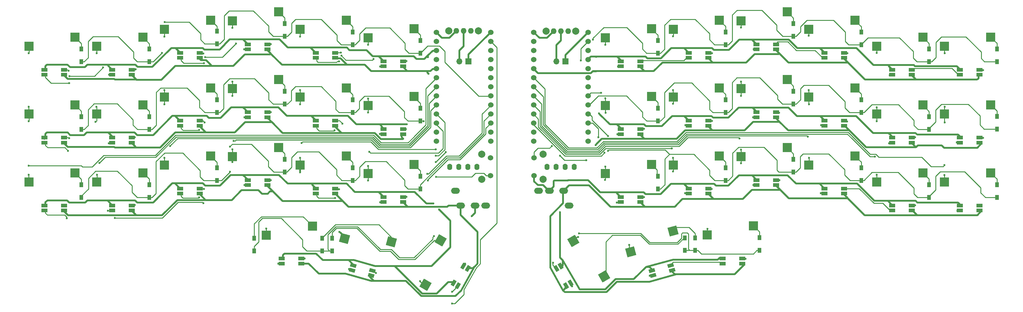
<source format=gbl>
G04 #@! TF.GenerationSoftware,KiCad,Pcbnew,7.0.7*
G04 #@! TF.CreationDate,2024-01-09T11:53:46+08:00*
G04 #@! TF.ProjectId,corne-cherry,636f726e-652d-4636-9865-7272792e6b69,3.0.1*
G04 #@! TF.SameCoordinates,Original*
G04 #@! TF.FileFunction,Copper,L2,Bot*
G04 #@! TF.FilePolarity,Positive*
%FSLAX46Y46*%
G04 Gerber Fmt 4.6, Leading zero omitted, Abs format (unit mm)*
G04 Created by KiCad (PCBNEW 7.0.7) date 2024-01-09 11:53:46*
%MOMM*%
%LPD*%
G01*
G04 APERTURE LIST*
G04 Aperture macros list*
%AMRotRect*
0 Rectangle, with rotation*
0 The origin of the aperture is its center*
0 $1 length*
0 $2 width*
0 $3 Rotation angle, in degrees counterclockwise*
0 Add horizontal line*
21,1,$1,$2,0,0,$3*%
G04 Aperture macros list end*
G04 #@! TA.AperFunction,ComponentPad*
%ADD10O,2.500000X1.700000*%
G04 #@! TD*
G04 #@! TA.AperFunction,ComponentPad*
%ADD11O,1.397000X1.778000*%
G04 #@! TD*
G04 #@! TA.AperFunction,SMDPad,CuDef*
%ADD12R,2.550000X2.500000*%
G04 #@! TD*
G04 #@! TA.AperFunction,SMDPad,CuDef*
%ADD13RotRect,2.550000X2.500000X165.000000*%
G04 #@! TD*
G04 #@! TA.AperFunction,SMDPad,CuDef*
%ADD14RotRect,2.550000X2.500000X240.000000*%
G04 #@! TD*
G04 #@! TA.AperFunction,SMDPad,CuDef*
%ADD15RotRect,2.550000X2.500000X120.000000*%
G04 #@! TD*
G04 #@! TA.AperFunction,SMDPad,CuDef*
%ADD16RotRect,2.550000X2.500000X195.000000*%
G04 #@! TD*
G04 #@! TA.AperFunction,ComponentPad*
%ADD17C,1.524000*%
G04 #@! TD*
G04 #@! TA.AperFunction,ComponentPad*
%ADD18C,2.000000*%
G04 #@! TD*
G04 #@! TA.AperFunction,SMDPad,CuDef*
%ADD19R,1.000000X1.400000*%
G04 #@! TD*
G04 #@! TA.AperFunction,SMDPad,CuDef*
%ADD20R,1.700000X1.000000*%
G04 #@! TD*
G04 #@! TA.AperFunction,SMDPad,CuDef*
%ADD21RotRect,1.700000X1.000000X60.000000*%
G04 #@! TD*
G04 #@! TA.AperFunction,SMDPad,CuDef*
%ADD22RotRect,1.700000X1.000000X15.000000*%
G04 #@! TD*
G04 #@! TA.AperFunction,SMDPad,CuDef*
%ADD23RotRect,1.700000X1.000000X345.000000*%
G04 #@! TD*
G04 #@! TA.AperFunction,SMDPad,CuDef*
%ADD24RotRect,1.700000X1.000000X300.000000*%
G04 #@! TD*
G04 #@! TA.AperFunction,ComponentPad*
%ADD25R,1.700000X1.700000*%
G04 #@! TD*
G04 #@! TA.AperFunction,ComponentPad*
%ADD26O,1.700000X1.700000*%
G04 #@! TD*
G04 #@! TA.AperFunction,ComponentPad*
%ADD27O,1.600000X1.600000*%
G04 #@! TD*
G04 #@! TA.AperFunction,ViaPad*
%ADD28C,0.600000*%
G04 #@! TD*
G04 #@! TA.AperFunction,Conductor*
%ADD29C,0.250000*%
G04 #@! TD*
G04 #@! TA.AperFunction,Conductor*
%ADD30C,0.254000*%
G04 #@! TD*
G04 #@! TA.AperFunction,Conductor*
%ADD31C,0.500000*%
G04 #@! TD*
G04 #@! TA.AperFunction,Conductor*
%ADD32C,0.508000*%
G04 #@! TD*
G04 APERTURE END LIST*
D10*
X132477500Y-73670000D03*
X140977500Y-77870000D03*
X137977500Y-77870000D03*
X133977500Y-77870000D03*
D11*
X130948500Y-67028000D03*
X133488500Y-67028000D03*
X136028500Y-67028000D03*
X138568500Y-67028000D03*
D12*
X32022500Y-33240000D03*
X44949500Y-30700000D03*
X51022500Y-28490000D03*
X63949500Y-25950000D03*
X70022500Y-26115000D03*
X82949500Y-23575000D03*
X89022500Y-28490000D03*
X101949500Y-25950000D03*
X13022500Y-52240000D03*
X25949500Y-49700000D03*
X32022500Y-52240000D03*
X44949500Y-49700000D03*
X51022500Y-47490000D03*
X63949500Y-44950000D03*
X70022500Y-45115000D03*
X82949500Y-42575000D03*
X89022500Y-47490000D03*
X101949500Y-44950000D03*
X108022500Y-49865000D03*
X120949500Y-47325000D03*
X13022500Y-71240000D03*
X25949500Y-68700000D03*
X32022500Y-71240000D03*
X44949500Y-68700000D03*
X51022500Y-66490000D03*
X63949500Y-63950000D03*
X70022500Y-64115000D03*
X82949500Y-61575000D03*
X89022500Y-66490000D03*
X101949500Y-63950000D03*
X108022500Y-68865000D03*
X120949500Y-66325000D03*
X79522500Y-86115000D03*
X92449500Y-83575000D03*
D13*
X101421316Y-87117815D03*
X114565239Y-88010118D03*
D14*
X124115295Y-100020790D03*
X128379091Y-87555680D03*
D15*
X165521705Y-87744210D03*
X174184909Y-97669320D03*
D10*
X164337500Y-77880000D03*
X155837500Y-73680000D03*
X158837500Y-73680000D03*
X162837500Y-73680000D03*
D11*
X158177500Y-67020000D03*
X160717500Y-67020000D03*
X163257500Y-67020000D03*
X165797500Y-67020000D03*
D12*
X212529500Y-64110000D03*
X225456500Y-61570000D03*
X193529500Y-66485000D03*
X206456500Y-63945000D03*
X174529500Y-68860000D03*
X187456500Y-66320000D03*
X203029500Y-86110000D03*
X215956500Y-83570000D03*
D16*
X181613515Y-90780281D03*
X193442638Y-84981076D03*
D12*
X212529500Y-26110000D03*
X225456500Y-23570000D03*
X193529500Y-28485000D03*
X206456500Y-25945000D03*
X269529500Y-52235000D03*
X282456500Y-49695000D03*
X231529500Y-28485000D03*
X244456500Y-25945000D03*
X250529500Y-52235000D03*
X263456500Y-49695000D03*
X250529500Y-71235000D03*
X263456500Y-68695000D03*
X231529500Y-66485000D03*
X244456500Y-63945000D03*
X269529500Y-33235000D03*
X282456500Y-30695000D03*
X250529500Y-33235000D03*
X263456500Y-30695000D03*
X231529500Y-47485000D03*
X244456500Y-44945000D03*
X212529500Y-45110000D03*
X225456500Y-42570000D03*
X193529500Y-47485000D03*
X206456500Y-44945000D03*
X174529500Y-49860000D03*
X187456500Y-47320000D03*
X269529500Y-71235000D03*
X282456500Y-68695000D03*
X13022500Y-33240000D03*
X25949500Y-30700000D03*
X108022500Y-30865000D03*
X120949500Y-28325000D03*
X174522500Y-30865000D03*
X187449500Y-28325000D03*
D17*
X154557500Y-64480000D03*
X154557500Y-69480000D03*
D18*
X157057500Y-63480000D03*
X157057500Y-70480000D03*
D17*
X169713500Y-29330000D03*
X169713500Y-31870000D03*
X169713500Y-34410000D03*
X169713500Y-36950000D03*
X169713500Y-39490000D03*
X169713500Y-42030000D03*
X169713500Y-44570000D03*
X169713500Y-47110000D03*
X169713500Y-49650000D03*
X169713500Y-52190000D03*
X169713500Y-54730000D03*
X169713500Y-57270000D03*
X169713500Y-59810000D03*
X154473500Y-59810000D03*
X154473500Y-57270000D03*
X154473500Y-54730000D03*
X154473500Y-52190000D03*
X154473500Y-49650000D03*
X154473500Y-47110000D03*
X154473500Y-44570000D03*
X154473500Y-42030000D03*
X154473500Y-39490000D03*
X154473500Y-36950000D03*
X154473500Y-34410000D03*
X154473500Y-31870000D03*
X154473500Y-29330000D03*
X142357500Y-69479999D03*
X142357500Y-64479999D03*
D18*
X139857500Y-70479999D03*
X139857500Y-63479999D03*
D17*
X142417500Y-29330000D03*
X142417500Y-31870000D03*
X142417500Y-34410000D03*
X142417500Y-36950000D03*
X142417500Y-39490000D03*
X142417500Y-42030000D03*
X142417500Y-44570000D03*
X142417500Y-47110000D03*
X142417500Y-49650000D03*
X142417500Y-52190000D03*
X142417500Y-54730000D03*
X142417500Y-57270000D03*
X142417500Y-59810000D03*
X127177500Y-59810000D03*
X127177500Y-57270000D03*
X127177500Y-54730000D03*
X127177500Y-52190000D03*
X127177500Y-49650000D03*
X127177500Y-47110000D03*
X127177500Y-44570000D03*
X127177500Y-42030000D03*
X127177500Y-39490000D03*
X127177500Y-36950000D03*
X127177500Y-34410000D03*
X127177500Y-31870000D03*
X127177500Y-29330000D03*
D19*
X27734500Y-37551875D03*
X27734500Y-34001875D03*
X46734500Y-37555000D03*
X46734500Y-34005000D03*
X65707500Y-32555000D03*
X65707500Y-29005000D03*
X84707500Y-30430000D03*
X84707500Y-26880000D03*
X103707500Y-32805000D03*
X103707500Y-29255000D03*
X122707500Y-35180000D03*
X122707500Y-31630000D03*
X27734500Y-56551875D03*
X27734500Y-53001875D03*
X46734500Y-56555000D03*
X46734500Y-53005000D03*
X65707500Y-51805000D03*
X65707500Y-48255000D03*
X84707500Y-49430000D03*
X84707500Y-45880000D03*
X103707500Y-51805000D03*
X103707500Y-48255000D03*
X122707500Y-54180000D03*
X122707500Y-50630000D03*
X27734500Y-75551875D03*
X27734500Y-72001875D03*
X46734500Y-75555000D03*
X46734500Y-72005000D03*
X65707500Y-70805000D03*
X65707500Y-67255000D03*
X84707500Y-68430000D03*
X84707500Y-64880000D03*
X103707500Y-70805000D03*
X103707500Y-67255000D03*
X122707500Y-73180000D03*
X122707500Y-69630000D03*
X76157500Y-90545000D03*
X76157500Y-86995000D03*
X95164500Y-90540000D03*
X95164500Y-86990000D03*
X98007500Y-90540000D03*
X98007500Y-86990000D03*
D20*
X22857500Y-41230000D03*
X22857500Y-39830000D03*
X17357500Y-39830000D03*
X17357500Y-41230000D03*
X41857500Y-41230000D03*
X41857500Y-39830000D03*
X36357500Y-39830000D03*
X36357500Y-41230000D03*
X60857500Y-36480000D03*
X60857500Y-35080000D03*
X55357500Y-35080000D03*
X55357500Y-36480000D03*
X79857500Y-34105000D03*
X79857500Y-32705000D03*
X74357500Y-32705000D03*
X74357500Y-34105000D03*
X98857500Y-36480000D03*
X98857500Y-35080000D03*
X93357500Y-35080000D03*
X93357500Y-36480000D03*
X117857500Y-38855000D03*
X117857500Y-37455000D03*
X112357500Y-37455000D03*
X112357500Y-38855000D03*
X22857500Y-60230000D03*
X22857500Y-58830000D03*
X17357500Y-58830000D03*
X17357500Y-60230000D03*
X41857500Y-60230000D03*
X41857500Y-58830000D03*
X36357500Y-58830000D03*
X36357500Y-60230000D03*
X60857500Y-55480000D03*
X60857500Y-54080000D03*
X55357500Y-54080000D03*
X55357500Y-55480000D03*
X79857500Y-53105000D03*
X79857500Y-51705000D03*
X74357500Y-51705000D03*
X74357500Y-53105000D03*
X98857500Y-55480000D03*
X98857500Y-54080000D03*
X93357500Y-54080000D03*
X93357500Y-55480000D03*
X117857500Y-57855000D03*
X117857500Y-56455000D03*
X112357500Y-56455000D03*
X112357500Y-57855000D03*
X22857500Y-79230000D03*
X22857500Y-77830000D03*
X17357500Y-77830000D03*
X17357500Y-79230000D03*
X41857500Y-79230000D03*
X41857500Y-77830000D03*
X36357500Y-77830000D03*
X36357500Y-79230000D03*
X60857500Y-74480000D03*
X60857500Y-73080000D03*
X55357500Y-73080000D03*
X55357500Y-74480000D03*
X79857500Y-72105000D03*
X79857500Y-70705000D03*
X74357500Y-70705000D03*
X74357500Y-72105000D03*
X117857500Y-76855000D03*
X117857500Y-75455000D03*
X112357500Y-75455000D03*
X112357500Y-76855000D03*
D21*
X135952339Y-95498430D03*
X134739903Y-94798430D03*
X131989903Y-99561570D03*
X133202339Y-100261570D03*
D20*
X222357500Y-53105000D03*
X222357500Y-51705000D03*
X216857500Y-51705000D03*
X216857500Y-53105000D03*
X203357500Y-55480000D03*
X203357500Y-54080000D03*
X197857500Y-54080000D03*
X197857500Y-55480000D03*
X184357500Y-57855000D03*
X184357500Y-56455000D03*
X178857500Y-56455000D03*
X178857500Y-57855000D03*
X279357500Y-79230000D03*
X279357500Y-77830000D03*
X273857500Y-77830000D03*
X273857500Y-79230000D03*
X260357500Y-79230000D03*
X260357500Y-77830000D03*
X254857500Y-77830000D03*
X254857500Y-79230000D03*
X241357500Y-74480000D03*
X241357500Y-73080000D03*
X235857500Y-73080000D03*
X235857500Y-74480000D03*
X222357500Y-72105000D03*
X222357500Y-70705000D03*
X216857500Y-70705000D03*
X216857500Y-72105000D03*
X203357500Y-74480000D03*
X203357500Y-73080000D03*
X197857500Y-73080000D03*
X197857500Y-74480000D03*
X184357500Y-76855000D03*
X184357500Y-75455000D03*
X178857500Y-75455000D03*
X178857500Y-76855000D03*
X212857500Y-94105000D03*
X212857500Y-92705000D03*
X207357500Y-92705000D03*
X207357500Y-94105000D03*
D22*
X193181359Y-95952544D03*
X192819013Y-94600248D03*
X187506421Y-96023752D03*
X187868767Y-97376048D03*
D19*
X265214500Y-37550000D03*
X265214500Y-34000000D03*
X246214500Y-32800000D03*
X246214500Y-29250000D03*
X227214500Y-30425000D03*
X227214500Y-26875000D03*
X189207500Y-35180000D03*
X189207500Y-31630000D03*
X284214500Y-56400000D03*
X284214500Y-52850000D03*
X265214500Y-56550000D03*
X265214500Y-53000000D03*
X246214500Y-51800000D03*
X246214500Y-48250000D03*
X227214500Y-49425000D03*
X227214500Y-45875000D03*
X208214500Y-51800000D03*
X208214500Y-48250000D03*
X189207500Y-54180000D03*
X189207500Y-50630000D03*
X284214500Y-75550000D03*
X284214500Y-72000000D03*
X265214500Y-75550000D03*
X265214500Y-72000000D03*
X246214500Y-70800000D03*
X246214500Y-67250000D03*
X227214500Y-68425000D03*
X227214500Y-64875000D03*
X208214500Y-70800000D03*
X208214500Y-67250000D03*
X189207500Y-73180000D03*
X189207500Y-69630000D03*
X217714500Y-90410000D03*
X217714500Y-86860000D03*
X199664500Y-90425000D03*
X199664500Y-86875000D03*
X196814500Y-90425000D03*
X196814500Y-86875000D03*
X284214500Y-37550000D03*
X284214500Y-34000000D03*
X208214500Y-32800000D03*
X208214500Y-29250000D03*
D20*
X89357500Y-94105000D03*
X89357500Y-92705000D03*
X83857500Y-92705000D03*
X83857500Y-94105000D03*
D23*
X108853233Y-97381048D03*
X109215579Y-96028752D03*
X103902987Y-94605248D03*
X103540641Y-95957544D03*
D20*
X98857500Y-74480000D03*
X98857500Y-73080000D03*
X93357500Y-73080000D03*
X93357500Y-74480000D03*
X279357500Y-41230000D03*
X279357500Y-39830000D03*
X273857500Y-39830000D03*
X273857500Y-41230000D03*
X260357500Y-41230000D03*
X260357500Y-39830000D03*
X254857500Y-39830000D03*
X254857500Y-41230000D03*
X241357500Y-36480000D03*
X241357500Y-35080000D03*
X235857500Y-35080000D03*
X235857500Y-36480000D03*
X222357500Y-34105000D03*
X222357500Y-32705000D03*
X216857500Y-32705000D03*
X216857500Y-34105000D03*
X203357500Y-36480000D03*
X203357500Y-35080000D03*
X197857500Y-35080000D03*
X197857500Y-36480000D03*
X184357500Y-38855000D03*
X184357500Y-37455000D03*
X178857500Y-37455000D03*
X178857500Y-38855000D03*
X279357500Y-60230000D03*
X279357500Y-58830000D03*
X273857500Y-58830000D03*
X273857500Y-60230000D03*
X260357500Y-60230000D03*
X260357500Y-58830000D03*
X254857500Y-58830000D03*
X254857500Y-60230000D03*
X241357500Y-55480000D03*
X241357500Y-54080000D03*
X235857500Y-54080000D03*
X235857500Y-55480000D03*
D24*
X163519661Y-100256570D03*
X164732097Y-99556570D03*
X161982097Y-94793430D03*
X160769661Y-95493430D03*
D25*
X163343500Y-37433000D03*
D26*
X160803500Y-37433000D03*
D27*
X132797500Y-28893000D03*
X134797500Y-28893000D03*
X136797500Y-28893000D03*
D18*
X138947500Y-28893000D03*
X130647500Y-28893000D03*
D27*
X160057500Y-29033000D03*
X162057500Y-29033000D03*
X164057500Y-29033000D03*
D18*
X166207500Y-29033000D03*
X157907500Y-29033000D03*
D25*
X136185500Y-37458000D03*
D26*
X133645500Y-37458000D03*
D28*
X51107500Y-26505000D03*
X50307500Y-35105000D03*
X123607500Y-54205000D03*
X124607500Y-69005000D03*
X69382500Y-68405000D03*
X69382500Y-61305000D03*
X124807500Y-70805000D03*
X126493737Y-86382353D03*
X126297500Y-77305000D03*
X131107500Y-82780000D03*
X118907500Y-55105000D03*
X124807500Y-36305000D03*
X137107500Y-80780000D03*
X127952500Y-78960000D03*
X117907500Y-59105000D03*
X124957510Y-40905000D03*
X13007500Y-66705000D03*
X13007500Y-50205000D03*
X13007500Y-54205000D03*
X13007500Y-69205000D03*
X13007500Y-35205000D03*
X32007500Y-35205000D03*
X32107500Y-69205000D03*
X31964840Y-50194907D03*
X31707500Y-54405000D03*
X32796949Y-65894449D03*
X51007500Y-45505000D03*
X51007500Y-30505000D03*
X51007500Y-64505000D03*
X51007500Y-49505000D03*
X52577078Y-61174578D03*
X70007500Y-47105000D03*
X70007500Y-43105000D03*
X70007500Y-65705000D03*
X70007500Y-62105000D03*
X70007500Y-28105000D03*
X79507500Y-84305000D03*
X70407500Y-59705000D03*
X89007500Y-64505000D03*
X89407500Y-60305000D03*
X100007500Y-85205000D03*
X89007500Y-49505000D03*
X127041500Y-63874000D03*
X89007500Y-30505000D03*
X89007500Y-45505000D03*
X127041500Y-62096000D03*
X89007500Y-68505000D03*
X108007500Y-51805000D03*
X122607500Y-99005000D03*
X108007500Y-70805000D03*
X108007500Y-32805000D03*
X108007500Y-66805000D03*
X108007500Y-47905000D03*
X108407504Y-62805000D03*
X131613500Y-105276000D03*
X131613500Y-101974000D03*
X127041500Y-65652000D03*
X127107500Y-69780000D03*
X129835500Y-62858000D03*
X173357500Y-46265000D03*
X171063762Y-31389024D03*
X175232500Y-62500000D03*
X175232500Y-58415010D03*
X172537500Y-58715000D03*
X167110558Y-85628058D03*
X169205500Y-65144000D03*
X159857000Y-93846000D03*
X167681500Y-37204000D03*
X161839500Y-63874000D03*
X159519327Y-61148173D03*
X269617500Y-54555000D03*
X269547500Y-66550000D03*
X269592510Y-50205000D03*
X269607500Y-35205000D03*
X269507500Y-69305000D03*
X250507500Y-35105000D03*
X250507500Y-69205000D03*
X250507500Y-54205000D03*
X250507500Y-50305000D03*
X249997500Y-64100010D03*
X231607500Y-49505000D03*
X231507500Y-45505000D03*
X231234449Y-58513051D03*
X231507500Y-30305000D03*
X231607500Y-64505000D03*
X212507500Y-43105000D03*
X212557500Y-65985000D03*
X212507500Y-47105000D03*
X203087500Y-84335000D03*
X212507500Y-28005000D03*
X212507500Y-62205000D03*
X212107500Y-59020000D03*
X193507500Y-64505000D03*
X193137500Y-61875000D03*
X193507500Y-30405000D03*
X193507500Y-49305000D03*
X193507500Y-45505000D03*
X193517500Y-68325000D03*
X181187500Y-88895000D03*
X174417500Y-70675000D03*
X174507500Y-47805000D03*
X166887500Y-86675000D03*
X174507500Y-32805000D03*
X174607500Y-51905000D03*
X174297500Y-63015000D03*
X174507500Y-66905000D03*
X171787500Y-60895000D03*
X171857490Y-40305000D03*
X161807500Y-79680000D03*
X164007500Y-70805000D03*
X171934500Y-36205000D03*
X172707500Y-52045000D03*
X24007500Y-62505000D03*
X24107500Y-40105000D03*
X24402733Y-41609990D03*
X42907500Y-39705000D03*
X33807500Y-39205000D03*
X24307500Y-43570010D03*
X35507500Y-41205000D03*
X42707500Y-58705000D03*
X60707500Y-56655000D03*
X61907500Y-35305000D03*
X71007500Y-32505000D03*
X62107506Y-37954990D03*
X62387500Y-36246952D03*
X80807500Y-32605000D03*
X73307500Y-34105000D03*
X80807500Y-51705000D03*
X100443699Y-35003426D03*
X98607500Y-56755000D03*
X100597500Y-35880000D03*
X99882500Y-37455000D03*
X109562521Y-36805000D03*
X118807500Y-37405000D03*
X111407500Y-38905000D03*
X118607500Y-56405000D03*
X24307500Y-59005000D03*
X23607500Y-81405000D03*
X42707500Y-77705000D03*
X35407500Y-60405000D03*
X62232510Y-54605000D03*
X60677169Y-75535331D03*
X73407500Y-53105000D03*
X80807500Y-70705000D03*
X100857500Y-54905000D03*
X98807500Y-75705000D03*
X111307500Y-57805000D03*
X118807500Y-75405000D03*
X35107500Y-79305000D03*
X37107500Y-81355000D03*
X61907500Y-77205000D03*
X62032510Y-73205000D03*
X90307500Y-92705000D03*
X73407500Y-72105000D03*
X102707500Y-95605000D03*
X99907500Y-73305000D03*
X135200692Y-94111767D03*
X111407500Y-76905000D03*
X82907500Y-94105000D03*
X110207500Y-96705000D03*
X272977500Y-60175000D03*
X280317500Y-39965000D03*
X254167500Y-41355002D03*
X261307500Y-58745000D03*
X234977500Y-55355000D03*
X242337500Y-35145000D03*
X216047500Y-34105000D03*
X223232169Y-51890331D03*
X196907500Y-55365000D03*
X204437500Y-35185000D03*
X178037510Y-38905000D03*
X185337500Y-56385000D03*
X273117500Y-79255000D03*
X280367500Y-58895000D03*
X254007500Y-60425000D03*
X261327500Y-77755000D03*
X242277500Y-54295000D03*
X234907500Y-74355000D03*
X223267169Y-70725331D03*
X215897500Y-53155000D03*
X196857500Y-74365000D03*
X204397500Y-54145000D03*
X185367500Y-75525000D03*
X177937500Y-57865000D03*
X213767500Y-92735000D03*
X216007500Y-72135000D03*
X204327500Y-73235000D03*
X186947500Y-97485000D03*
X177707500Y-77035000D03*
X165207500Y-100455000D03*
D29*
X46734500Y-37555000D02*
X47857500Y-37555000D01*
X29607500Y-31905000D02*
X31007500Y-30505000D01*
X83957500Y-30430000D02*
X84707500Y-30430000D01*
X128057500Y-33140000D02*
X124747500Y-33140000D01*
X62257500Y-32555000D02*
X61107500Y-31405000D01*
X94907500Y-25705000D02*
X99307500Y-30105000D01*
X100507500Y-32805000D02*
X103707500Y-32805000D01*
X118407500Y-34105000D02*
X119482500Y-35180000D01*
X103707500Y-32805000D02*
X104407500Y-32805000D01*
X66457500Y-32555000D02*
X67707500Y-31305000D01*
X99307500Y-31605000D02*
X100507500Y-32805000D01*
X124747500Y-33140000D02*
X122707500Y-35180000D01*
X114107500Y-28105000D02*
X118407500Y-32405000D01*
X51531764Y-26505000D02*
X51107500Y-26505000D01*
X121957500Y-35180000D02*
X122707500Y-35180000D01*
X87707500Y-25705000D02*
X94907500Y-25705000D01*
X65707500Y-32555000D02*
X66457500Y-32555000D01*
X38007500Y-30505000D02*
X42307500Y-34805000D01*
X80220686Y-29205000D02*
X81445686Y-30430000D01*
X61107500Y-31405000D02*
X61107500Y-29705000D01*
X43357500Y-37555000D02*
X46734500Y-37555000D01*
X28484500Y-37551875D02*
X29607500Y-36428875D01*
X139051500Y-47182000D02*
X129581500Y-37712000D01*
X67707500Y-31305000D02*
X67707500Y-24705000D01*
X142423900Y-47182000D02*
X139051500Y-47182000D01*
X75907500Y-23305000D02*
X80207500Y-27605000D01*
X47857500Y-37555000D02*
X50307500Y-35105000D01*
X84707500Y-30430000D02*
X85457500Y-30430000D01*
X104407500Y-32805000D02*
X105707500Y-31505000D01*
X107407500Y-28105000D02*
X114107500Y-28105000D01*
X31007500Y-30505000D02*
X38007500Y-30505000D01*
X119482500Y-35180000D02*
X121957500Y-35180000D01*
X65707500Y-32555000D02*
X62257500Y-32555000D01*
X80207500Y-29205000D02*
X80220686Y-29205000D01*
X67707500Y-24705000D02*
X69107500Y-23305000D01*
X61107500Y-29705000D02*
X57907500Y-26505000D01*
X129581500Y-37712000D02*
X129581500Y-34664000D01*
X81445686Y-30430000D02*
X83957500Y-30430000D01*
X57907500Y-26505000D02*
X51531764Y-26505000D01*
X42307500Y-36505000D02*
X43357500Y-37555000D01*
X85457500Y-30430000D02*
X86607500Y-29280000D01*
X86607500Y-29280000D02*
X86607500Y-26805000D01*
X29607500Y-36428875D02*
X29607500Y-31905000D01*
X129581500Y-34664000D02*
X128057500Y-33140000D01*
X86607500Y-26805000D02*
X87707500Y-25705000D01*
X42307500Y-34805000D02*
X42307500Y-36505000D01*
X99307500Y-30105000D02*
X99307500Y-31605000D01*
X27734500Y-37551875D02*
X28484500Y-37551875D01*
X118407500Y-32405000D02*
X118407500Y-34105000D01*
X105707500Y-29805000D02*
X107407500Y-28105000D01*
X80207500Y-27605000D02*
X80207500Y-29205000D01*
X69107500Y-23305000D02*
X75907500Y-23305000D01*
X105707500Y-31505000D02*
X105707500Y-29805000D01*
X27734500Y-32751875D02*
X27734500Y-34001875D01*
X27734500Y-32510000D02*
X27734500Y-32751875D01*
X25949500Y-30725000D02*
X27734500Y-32510000D01*
X25949500Y-30700000D02*
X25949500Y-30725000D01*
X119182500Y-54180000D02*
X122707500Y-54180000D01*
X99007500Y-48605000D02*
X99007500Y-50905000D01*
X122707500Y-54180000D02*
X122832500Y-54180000D01*
X80207500Y-46305000D02*
X80207500Y-48205000D01*
X28484500Y-56551875D02*
X29607500Y-55428875D01*
X86507500Y-48380000D02*
X86507500Y-45705000D01*
X142423900Y-49722000D02*
X142423900Y-49788600D01*
X66457500Y-51805000D02*
X67607500Y-50655000D01*
X42207500Y-55305000D02*
X43457500Y-56555000D01*
X123582500Y-54180000D02*
X123607500Y-54205000D01*
X130007500Y-64005000D02*
X125007500Y-69005000D01*
X48707500Y-55332000D02*
X48707500Y-46105000D01*
X57332501Y-44879999D02*
X60807500Y-48354998D01*
X29607500Y-51005000D02*
X31282499Y-49330001D01*
X60807500Y-48354998D02*
X60807500Y-50305000D01*
X104457500Y-51805000D02*
X105607500Y-50655000D01*
X133542500Y-64005000D02*
X130007500Y-64005000D01*
X107007500Y-47205000D02*
X113907500Y-47205000D01*
X42207500Y-53805000D02*
X42207500Y-55305000D01*
X99907500Y-51805000D02*
X103707500Y-51805000D01*
X105607500Y-50655000D02*
X105607500Y-48605000D01*
X118207500Y-51505000D02*
X118207500Y-53205000D01*
X76207500Y-42305000D02*
X80207500Y-46305000D01*
X67607500Y-44005000D02*
X69307500Y-42305000D01*
X125007500Y-69005000D02*
X124607500Y-69005000D01*
X94907500Y-44505000D02*
X99007500Y-48605000D01*
X65707500Y-51805000D02*
X66457500Y-51805000D01*
X113907500Y-47205000D02*
X118207500Y-51505000D01*
X45984500Y-56555000D02*
X46734500Y-56555000D01*
X47484500Y-56555000D02*
X48707500Y-55332000D01*
X142423900Y-49788600D02*
X139995500Y-52217000D01*
X27734500Y-56551875D02*
X28484500Y-56551875D01*
X49932501Y-44879999D02*
X57332501Y-44879999D01*
X139995500Y-57552000D02*
X133542500Y-64005000D01*
X67607500Y-50655000D02*
X67607500Y-44005000D01*
X85457500Y-49430000D02*
X86507500Y-48380000D01*
X118207500Y-53205000D02*
X119182500Y-54180000D01*
X99007500Y-50905000D02*
X99907500Y-51805000D01*
X46734500Y-56555000D02*
X47484500Y-56555000D01*
X139995500Y-52217000D02*
X139995500Y-57552000D01*
X60807500Y-50305000D02*
X62307500Y-51805000D01*
X80207500Y-48205000D02*
X81432500Y-49430000D01*
X84707500Y-49430000D02*
X85457500Y-49430000D01*
X105607500Y-48605000D02*
X107007500Y-47205000D01*
X87707500Y-44505000D02*
X94907500Y-44505000D01*
X43457500Y-56555000D02*
X45984500Y-56555000D01*
X69307500Y-42305000D02*
X76207500Y-42305000D01*
X81432500Y-49430000D02*
X84707500Y-49430000D01*
X48707500Y-46105000D02*
X49932501Y-44879999D01*
X31282499Y-49330001D02*
X37732501Y-49330001D01*
X122707500Y-54180000D02*
X123582500Y-54180000D01*
X29607500Y-55428875D02*
X29607500Y-51005000D01*
X62307500Y-51805000D02*
X65707500Y-51805000D01*
X86507500Y-45705000D02*
X87707500Y-44505000D01*
X37732501Y-49330001D02*
X42207500Y-53805000D01*
X103707500Y-51805000D02*
X104457500Y-51805000D01*
X44949500Y-30735000D02*
X46734500Y-32520000D01*
X44949500Y-30700000D02*
X44949500Y-30735000D01*
X46734500Y-32520000D02*
X46734500Y-34005000D01*
X46057500Y-75555000D02*
X46734500Y-75555000D01*
D30*
X140503500Y-57683224D02*
X140503500Y-54182400D01*
D29*
X61007500Y-68005000D02*
X61007500Y-69805000D01*
D30*
X140503500Y-54182400D02*
X142423900Y-52262000D01*
D29*
X104457500Y-70805000D02*
X105707500Y-69555000D01*
X62007500Y-70805000D02*
X64957500Y-70805000D01*
X99207500Y-69305000D02*
X100707500Y-70805000D01*
X113107500Y-65505000D02*
X118307500Y-70705000D01*
X56107500Y-63105000D02*
X61007500Y-68005000D01*
X100707500Y-70805000D02*
X103707500Y-70805000D01*
D30*
X122707500Y-71978400D02*
X130180900Y-64505000D01*
D29*
X69982500Y-60705000D02*
X69382500Y-61305000D01*
X81632500Y-68430000D02*
X80107500Y-66905000D01*
X88207500Y-62805000D02*
X94207500Y-62805000D01*
X48607500Y-65533078D02*
X51035578Y-63105000D01*
X41907500Y-72305000D02*
X41907500Y-74105000D01*
X64957500Y-70805000D02*
X65707500Y-70805000D01*
X99207500Y-67805000D02*
X99207500Y-69305000D01*
X85282500Y-68430000D02*
X86607500Y-67105000D01*
X69382500Y-68405000D02*
X69382500Y-68430000D01*
X103707500Y-70805000D02*
X104457500Y-70805000D01*
X27734500Y-75178000D02*
X29707500Y-73205000D01*
X47484500Y-75555000D02*
X48607500Y-74432000D01*
X29707500Y-70205000D02*
X31707500Y-68205000D01*
X43357500Y-75555000D02*
X46057500Y-75555000D01*
X84707500Y-68430000D02*
X81632500Y-68430000D01*
X107307500Y-65505000D02*
X113107500Y-65505000D01*
D30*
X133681724Y-64505000D02*
X140503500Y-57683224D01*
D29*
X51035578Y-63105000D02*
X56107500Y-63105000D01*
X29707500Y-73205000D02*
X29707500Y-70205000D01*
X105707500Y-69555000D02*
X105707500Y-67105000D01*
X80107500Y-65405000D02*
X75407500Y-60705000D01*
X48607500Y-74432000D02*
X48607500Y-65533078D01*
X46734500Y-75555000D02*
X47484500Y-75555000D01*
X37807500Y-68205000D02*
X41907500Y-72305000D01*
X41907500Y-74105000D02*
X43357500Y-75555000D01*
X86607500Y-64405000D02*
X88207500Y-62805000D01*
X119182500Y-73180000D02*
X122707500Y-73180000D01*
X94207500Y-62805000D02*
X99207500Y-67805000D01*
D30*
X130180900Y-64505000D02*
X133681724Y-64505000D01*
D29*
X67007500Y-70805000D02*
X65707500Y-70805000D01*
X86607500Y-67105000D02*
X86607500Y-64405000D01*
X31707500Y-68205000D02*
X37807500Y-68205000D01*
X118307500Y-72305000D02*
X119182500Y-73180000D01*
D30*
X122707500Y-73105000D02*
X122707500Y-71978400D01*
D29*
X61007500Y-69805000D02*
X62007500Y-70805000D01*
X27734500Y-75551875D02*
X27734500Y-75178000D01*
X80107500Y-66905000D02*
X80107500Y-65405000D01*
X118307500Y-70705000D02*
X118307500Y-72305000D01*
X105707500Y-67105000D02*
X107307500Y-65505000D01*
X75407500Y-60705000D02*
X69982500Y-60705000D01*
X69382500Y-68430000D02*
X67007500Y-70805000D01*
X84707500Y-68430000D02*
X85282500Y-68430000D01*
X64034500Y-25950000D02*
X65707500Y-27623000D01*
X65707500Y-27623000D02*
X65707500Y-29005000D01*
X63949500Y-25950000D02*
X64034500Y-25950000D01*
X130357500Y-65005000D02*
X130607500Y-65005000D01*
X96807500Y-90090000D02*
X96807500Y-85941410D01*
D30*
X142423900Y-54802000D02*
X141011500Y-56214400D01*
D29*
X124807500Y-70805000D02*
X124807500Y-70555000D01*
X77407500Y-82405000D02*
X78407500Y-81405000D01*
X124807500Y-70555000D02*
X130357500Y-65005000D01*
X111493900Y-90154990D02*
X114557490Y-90154990D01*
X126193738Y-87218762D02*
X126193738Y-86682352D01*
X76157500Y-89295000D02*
X77407500Y-88045000D01*
X95164500Y-90540000D02*
X98007500Y-90540000D01*
X105093900Y-83754989D02*
X111493900Y-90154990D01*
X77407500Y-88045000D02*
X77407500Y-82405000D01*
X116857489Y-92454989D02*
X120957511Y-92454989D01*
X98993920Y-83754989D02*
X105093900Y-83754989D01*
X98007500Y-90540000D02*
X97257500Y-90540000D01*
X97257500Y-90540000D02*
X96807500Y-90090000D01*
X83707500Y-81405000D02*
X89707500Y-87405000D01*
X96807500Y-85941410D02*
X98993920Y-83754989D01*
X120957511Y-92454989D02*
X126193738Y-87218762D01*
X78407500Y-81405000D02*
X83707500Y-81405000D01*
X95207500Y-90540000D02*
X95164500Y-90540000D01*
X114557490Y-90154990D02*
X116857489Y-92454989D01*
X89707500Y-87405000D02*
X89707500Y-89405000D01*
D30*
X141011500Y-56214400D02*
X141011500Y-57817276D01*
D29*
X76157500Y-90545000D02*
X76157500Y-89295000D01*
D30*
X133823776Y-65005000D02*
X130607500Y-65005000D01*
D29*
X126193738Y-86682352D02*
X126493737Y-86382353D01*
D30*
X141011500Y-57817276D02*
X133823776Y-65005000D01*
D29*
X90842500Y-90540000D02*
X95207500Y-90540000D01*
X89707500Y-89405000D02*
X90842500Y-90540000D01*
X82979500Y-23575000D02*
X84707500Y-25303000D01*
X84707500Y-25303000D02*
X84707500Y-26880000D01*
X82949500Y-23575000D02*
X82979500Y-23575000D01*
X101949500Y-25995000D02*
X103707500Y-27753000D01*
X101949500Y-25950000D02*
X101949500Y-25995000D01*
X103707500Y-27753000D02*
X103707500Y-29255000D01*
X120949500Y-28325000D02*
X120949500Y-28345000D01*
X122707500Y-30103000D02*
X122707500Y-31630000D01*
X120949500Y-28345000D02*
X122707500Y-30103000D01*
X25949500Y-49700000D02*
X25994500Y-49700000D01*
X27734500Y-51440000D02*
X27734500Y-53001875D01*
X25994500Y-49700000D02*
X27734500Y-51440000D01*
X46734500Y-51450000D02*
X46734500Y-53005000D01*
X44949500Y-49700000D02*
X44984500Y-49700000D01*
X44984500Y-49700000D02*
X46734500Y-51450000D01*
X63949500Y-44950000D02*
X64044500Y-44950000D01*
X65707500Y-46613000D02*
X65707500Y-48255000D01*
X64044500Y-44950000D02*
X65707500Y-46613000D01*
X82949500Y-42575000D02*
X82999500Y-42575000D01*
X84707500Y-44283000D02*
X84707500Y-45880000D01*
X82999500Y-42575000D02*
X84707500Y-44283000D01*
X101949500Y-44950000D02*
X101949500Y-45045000D01*
X101949500Y-45045000D02*
X103707500Y-46803000D01*
X103707500Y-46803000D02*
X103707500Y-48255000D01*
X120949500Y-47447000D02*
X122707500Y-49205000D01*
X120949500Y-47325000D02*
X120949500Y-47447000D01*
X122707500Y-49205000D02*
X122707500Y-50630000D01*
X27734500Y-70500000D02*
X27734500Y-72001875D01*
X25949500Y-68700000D02*
X25949500Y-68715000D01*
X25949500Y-68715000D02*
X27734500Y-70500000D01*
X45014500Y-68700000D02*
X46734500Y-70420000D01*
X44949500Y-68700000D02*
X45014500Y-68700000D01*
X46734500Y-70420000D02*
X46734500Y-72005000D01*
X63949500Y-63955000D02*
X65707500Y-65713000D01*
X65707500Y-65713000D02*
X65707500Y-67255000D01*
X63949500Y-63950000D02*
X63949500Y-63955000D01*
X84707500Y-63313000D02*
X84707500Y-64880000D01*
X82949500Y-61575000D02*
X82969500Y-61575000D01*
X82969500Y-61575000D02*
X84707500Y-63313000D01*
X101949500Y-63995000D02*
X103707500Y-65753000D01*
X101949500Y-63950000D02*
X101949500Y-63995000D01*
X103707500Y-65753000D02*
X103707500Y-67255000D01*
X120949500Y-66375000D02*
X122707500Y-68133000D01*
X120949500Y-66325000D02*
X120949500Y-66375000D01*
X122707500Y-68133000D02*
X122707500Y-69630000D01*
X78157510Y-80954990D02*
X89857490Y-80954990D01*
X76157500Y-86995000D02*
X76157500Y-82955000D01*
X89857490Y-80954990D02*
X92449500Y-83547000D01*
X92449500Y-83547000D02*
X92449500Y-83575000D01*
X76157500Y-82955000D02*
X78157510Y-80954990D01*
X111054216Y-83205000D02*
X114565239Y-86716023D01*
X95164500Y-86948000D02*
X98907500Y-83205000D01*
X95164500Y-86990000D02*
X95164500Y-86948000D01*
X114565239Y-86716023D02*
X114565239Y-88010118D01*
X98907500Y-83205000D02*
X111054216Y-83205000D01*
X98007500Y-85377820D02*
X99180320Y-84205000D01*
X104907500Y-84205000D02*
X111307500Y-90605001D01*
X111307500Y-90605001D02*
X114307501Y-90605001D01*
X99180320Y-84205000D02*
X104907500Y-84205000D01*
X121207500Y-92905000D02*
X126556820Y-87555680D01*
X116607500Y-92905000D02*
X121207500Y-92905000D01*
X126556820Y-87555680D02*
X128379091Y-87555680D01*
X114307501Y-90605001D02*
X116607500Y-92905000D01*
X98007500Y-86990000D02*
X98007500Y-85377820D01*
D31*
X72707500Y-50305000D02*
X69707500Y-50305000D01*
X92407500Y-72005000D02*
X93482500Y-73080000D01*
X112457500Y-75455000D02*
X112657500Y-75455000D01*
X90907500Y-33605000D02*
X91907500Y-33605000D01*
X120807500Y-36005000D02*
X111007500Y-36005000D01*
X93382500Y-35080000D02*
X93657500Y-35080000D01*
X23722500Y-76405000D02*
X18207500Y-76405000D01*
X72107500Y-31305000D02*
X73007500Y-31305000D01*
X124805385Y-35802885D02*
X123803270Y-36805000D01*
X84596247Y-91344990D02*
X84623760Y-91344990D01*
X36632500Y-58830000D02*
X36657500Y-58830000D01*
X93482500Y-54080000D02*
X93657500Y-54080000D01*
X63457500Y-53305000D02*
X62857500Y-52705000D01*
X43462500Y-39005000D02*
X42862500Y-38405000D01*
X83107500Y-69305000D02*
X73007500Y-69305000D01*
X121057500Y-74005000D02*
X124357500Y-77305000D01*
X33007500Y-57405000D02*
X29191377Y-57405000D01*
X125828500Y-94805000D02*
X115507500Y-94805000D01*
D30*
X36238511Y-59019989D02*
X36204499Y-59054001D01*
D31*
X84297490Y-91671260D02*
X84297490Y-91643747D01*
X61702500Y-33705000D02*
X53907500Y-33705000D01*
X34707500Y-38405000D02*
X35107500Y-38405000D01*
X53607500Y-71605000D02*
X53907500Y-71605000D01*
D29*
X17324500Y-59274000D02*
X17274500Y-59224000D01*
D31*
X83232500Y-31305000D02*
X72107500Y-31305000D01*
X104107500Y-93105000D02*
X110007500Y-94805000D01*
X24532500Y-39105000D02*
X23832500Y-38405000D01*
X43332500Y-58105000D02*
X42632500Y-57405000D01*
X92407500Y-71705000D02*
X92407500Y-72005000D01*
X53607500Y-71605000D02*
X53207500Y-71605000D01*
D32*
X137977500Y-79910000D02*
X137107500Y-80780000D01*
D31*
X111007500Y-36005000D02*
X109307500Y-36005000D01*
X52894502Y-33705000D02*
X47594502Y-39005000D01*
X54107500Y-33705000D02*
X55482500Y-35080000D01*
X53907500Y-33705000D02*
X54107500Y-33705000D01*
X18082500Y-38405000D02*
X17657500Y-38830000D01*
X18207500Y-76405000D02*
X17657500Y-76955000D01*
X43342501Y-77005001D02*
X42742500Y-76405000D01*
D32*
X137977500Y-77870000D02*
X137977500Y-79910000D01*
D31*
X35107500Y-76405000D02*
X29407500Y-76405000D01*
X35107500Y-38605000D02*
X36332500Y-39830000D01*
X62402501Y-72255001D02*
X61752500Y-71605000D01*
X92407500Y-71705000D02*
X102007500Y-71705000D01*
X55482500Y-35080000D02*
X55657500Y-35080000D01*
X112457500Y-37455000D02*
X111007500Y-36005000D01*
X36332500Y-39830000D02*
X36657500Y-39830000D01*
X91907500Y-33605000D02*
X93382500Y-35080000D01*
X17657500Y-38830000D02*
X17657500Y-39830000D01*
X73007500Y-69305000D02*
X70907500Y-69305000D01*
X73007500Y-31305000D02*
X74407500Y-32705000D01*
X125873236Y-77305000D02*
X126297500Y-77305000D01*
X47594502Y-39005000D02*
X43462500Y-39005000D01*
X85307500Y-52705000D02*
X82907500Y-50305000D01*
X85507500Y-71705000D02*
X83107500Y-69305000D01*
X121607500Y-36805000D02*
X120807500Y-36005000D01*
X108907500Y-74005000D02*
X104307500Y-74005000D01*
X118907500Y-55105000D02*
X111507500Y-55105000D01*
X62857500Y-52705000D02*
X53907500Y-52705000D01*
X18082500Y-57405000D02*
X17657500Y-57830000D01*
X24322500Y-77005000D02*
X23722500Y-76405000D01*
X23882500Y-57405000D02*
X18082500Y-57405000D01*
X24582500Y-58105000D02*
X23882500Y-57405000D01*
X84157500Y-92705000D02*
X84157500Y-91811250D01*
X36432500Y-77830000D02*
X36657500Y-77830000D01*
X29407500Y-76405000D02*
X28807500Y-77005000D01*
X124357500Y-77305000D02*
X125873236Y-77305000D01*
X42742500Y-76405000D02*
X35107500Y-76405000D01*
X91907500Y-52705000D02*
X92107500Y-52705000D01*
X74307500Y-70605000D02*
X74307500Y-70705000D01*
X93482500Y-73080000D02*
X93657500Y-73080000D01*
X110607500Y-74005000D02*
X121057500Y-74005000D01*
X102489110Y-93123390D02*
X104107500Y-93105000D01*
X111507500Y-55105000D02*
X111407500Y-55205000D01*
X102807500Y-34305000D02*
X102107500Y-33605000D01*
X74407500Y-51705000D02*
X74657500Y-51705000D01*
X69707500Y-50305000D02*
X66707500Y-53305000D01*
X92107500Y-52705000D02*
X93482500Y-54080000D01*
X35707500Y-57405000D02*
X33007500Y-57405000D01*
X69507500Y-69305000D02*
X66557499Y-72255001D01*
X131107500Y-82780000D02*
X131107500Y-89526000D01*
X102489110Y-93123390D02*
X102633262Y-93123390D01*
X73007500Y-69305000D02*
X74307500Y-70605000D01*
X84663750Y-91305000D02*
X93507500Y-91305000D01*
X82907500Y-50305000D02*
X72707500Y-50305000D01*
X102107500Y-33605000D02*
X90907500Y-33605000D01*
X107607500Y-34305000D02*
X102807500Y-34305000D01*
X53907500Y-71605000D02*
X55382500Y-73080000D01*
X53907500Y-52705000D02*
X53207500Y-52705000D01*
X17657500Y-57830000D02*
X17657500Y-58830000D01*
X67907500Y-32705000D02*
X66482501Y-34129999D01*
X126126270Y-34482000D02*
X124805385Y-35802885D01*
X70807500Y-31305000D02*
X69267502Y-31305000D01*
X23832500Y-38405000D02*
X18082500Y-38405000D01*
X102357499Y-52705000D02*
X91907500Y-52705000D01*
X84157500Y-91811250D02*
X84297490Y-91671260D01*
X110007500Y-94805000D02*
X115507500Y-94805000D01*
X91907500Y-52705000D02*
X85307500Y-52705000D01*
X127302511Y-102504989D02*
X130507500Y-99300000D01*
X102633262Y-93123390D02*
X104192765Y-94682893D01*
X123803270Y-36805000D02*
X121607500Y-36805000D01*
X73007500Y-50305000D02*
X74407500Y-51705000D01*
X66482501Y-34129999D02*
X62127499Y-34129999D01*
X92407500Y-71705000D02*
X85507500Y-71705000D01*
X104307500Y-74005000D02*
X102007500Y-71705000D01*
X127952500Y-78960000D02*
X131107500Y-82115000D01*
X131107500Y-82115000D02*
X131107500Y-82780000D01*
X115507500Y-94805000D02*
X123207489Y-102504989D01*
X28491377Y-58105000D02*
X24582500Y-58105000D01*
X72707500Y-50305000D02*
X73007500Y-50305000D01*
X47807500Y-58105000D02*
X43332500Y-58105000D01*
X66707500Y-53305000D02*
X63457500Y-53305000D01*
X66557499Y-72255001D02*
X62402501Y-72255001D01*
X28807500Y-77005000D02*
X24322500Y-77005000D01*
X85532500Y-33605000D02*
X83232500Y-31305000D01*
X72107500Y-31305000D02*
X70807500Y-31305000D01*
X35207500Y-57405000D02*
X36632500Y-58830000D01*
X69267502Y-31305000D02*
X67907500Y-32665002D01*
X109307500Y-36005000D02*
X107607500Y-34305000D01*
X29399439Y-38405000D02*
X28699439Y-39105000D01*
X53207500Y-71605000D02*
X47807499Y-77005001D01*
X110607500Y-74005000D02*
X108907500Y-74005000D01*
X33207500Y-38405000D02*
X29399439Y-38405000D01*
X70907500Y-69305000D02*
X69507500Y-69305000D01*
X74407500Y-32705000D02*
X74657500Y-32705000D01*
X42862500Y-38405000D02*
X34407500Y-38405000D01*
X111007500Y-74005000D02*
X112457500Y-75455000D01*
X112657500Y-37455000D02*
X112457500Y-37455000D01*
X67907500Y-32665002D02*
X67907500Y-32705000D01*
X93507500Y-91305000D02*
X95325890Y-93123390D01*
X130604262Y-99301762D02*
X132139903Y-99301762D01*
X131107500Y-89526000D02*
X125828500Y-94805000D01*
X35707500Y-57405000D02*
X35207500Y-57405000D01*
X61752500Y-71605000D02*
X53607500Y-71605000D01*
X127203900Y-34482000D02*
X126126270Y-34482000D01*
X17657500Y-76955000D02*
X17657500Y-77830000D01*
X35107500Y-38405000D02*
X35107500Y-38605000D01*
X95325890Y-93123390D02*
X102489110Y-93123390D01*
X55382500Y-73080000D02*
X55657500Y-73080000D01*
X123207489Y-102504989D02*
X127302511Y-102504989D01*
X55282500Y-54080000D02*
X55657500Y-54080000D01*
X62127499Y-34129999D02*
X61702500Y-33705000D01*
X84623760Y-91344990D02*
X84663750Y-91305000D01*
X124805385Y-35802885D02*
X124805385Y-36302885D01*
X42632500Y-57405000D02*
X35707500Y-57405000D01*
X104757499Y-55105000D02*
X102357499Y-52705000D01*
X111507500Y-55105000D02*
X104757499Y-55105000D01*
X90907500Y-33605000D02*
X85532500Y-33605000D01*
X35107500Y-76505000D02*
X36432500Y-77830000D01*
X84297490Y-91643747D02*
X84596247Y-91344990D01*
X53907500Y-33705000D02*
X52894502Y-33705000D01*
X47807499Y-77005001D02*
X43342501Y-77005001D01*
X53907500Y-52705000D02*
X55282500Y-54080000D01*
X28699439Y-39105000D02*
X24532500Y-39105000D01*
X124805385Y-36302885D02*
X124807500Y-36305000D01*
X110607500Y-74005000D02*
X111007500Y-74005000D01*
X35107500Y-76405000D02*
X35107500Y-76505000D01*
X112657500Y-56455000D02*
X112457500Y-56455000D01*
X53207500Y-52705000D02*
X47807500Y-58105000D01*
X34407500Y-38405000D02*
X33207500Y-38405000D01*
X29191377Y-57405000D02*
X28491377Y-58105000D01*
X112457500Y-56455000D02*
X111407500Y-55205000D01*
X77307500Y-73555000D02*
X78307500Y-74555000D01*
X42967500Y-61465000D02*
X41732500Y-60230000D01*
X125483270Y-40205000D02*
X126126270Y-39562000D01*
X64107500Y-38594996D02*
X62667502Y-37154998D01*
X118907500Y-40105000D02*
X117657500Y-38855000D01*
X84107500Y-76605000D02*
X100607500Y-76605000D01*
X22707500Y-41230000D02*
X22557500Y-41230000D01*
X137887500Y-94925000D02*
X134110277Y-101607777D01*
X117407500Y-58605000D02*
X117407500Y-58405000D01*
X43007500Y-42505000D02*
X42922490Y-42590010D01*
X69822496Y-76305000D02*
X72572496Y-73555000D01*
X117657500Y-38855000D02*
X117557500Y-38855000D01*
X100333598Y-36631098D02*
X102082500Y-38380000D01*
X42922490Y-42590010D02*
X37096247Y-42590010D01*
X113086237Y-40205000D02*
X113096247Y-40215010D01*
X134110277Y-101607777D02*
X134104723Y-101607777D01*
X118907500Y-40205000D02*
X118907500Y-40105000D01*
X22732500Y-60230000D02*
X22557500Y-60230000D01*
X81407500Y-73905000D02*
X80562500Y-73905000D01*
X79557500Y-34105000D02*
X79632500Y-34105000D01*
X80907500Y-35405000D02*
X80707500Y-35405000D01*
X81107500Y-54505000D02*
X73607500Y-54505000D01*
X98782500Y-74480000D02*
X98557500Y-74480000D01*
X36916237Y-42410000D02*
X23887500Y-42410000D01*
X137900500Y-94925000D02*
X137887500Y-94925000D01*
X78307500Y-74555000D02*
X79557500Y-74555000D01*
X98708598Y-36631098D02*
X100333598Y-36631098D01*
X137407500Y-95405000D02*
X136155577Y-95405000D01*
X126126270Y-39562000D02*
X127203900Y-39562000D01*
X138725500Y-85210000D02*
X138725500Y-94100000D01*
X41732500Y-41230000D02*
X42407500Y-41905000D01*
X132507500Y-103205000D02*
X122907500Y-103205000D01*
X61232498Y-37154998D02*
X60557500Y-36480000D01*
X54007500Y-38705000D02*
X50107500Y-42605000D01*
X109586276Y-98883776D02*
X108563455Y-97860955D01*
X62607500Y-57405000D02*
X54007500Y-57405000D01*
X117557500Y-57855000D02*
X117407500Y-58405000D01*
X81407500Y-73905000D02*
X79607500Y-72105000D01*
X70307500Y-38705000D02*
X62407500Y-38705000D01*
X89057500Y-94105000D02*
X91407500Y-94105000D01*
X108907500Y-40205000D02*
X113086237Y-40205000D01*
X100907500Y-76605000D02*
X98782500Y-74480000D01*
X60682500Y-55480000D02*
X62607500Y-57405000D01*
X43407500Y-80605000D02*
X24007500Y-80605000D01*
X138725500Y-94100000D02*
X137900500Y-94925000D01*
X80707500Y-35405000D02*
X80607500Y-35505000D01*
X60557500Y-74480000D02*
X60682500Y-74480000D01*
X122907500Y-103205000D02*
X118607500Y-98905000D01*
X100907500Y-76605000D02*
X100607500Y-76605000D01*
X117757500Y-76855000D02*
X117557500Y-76855000D01*
X101707500Y-96905000D02*
X108907500Y-98905000D01*
X102507500Y-78205000D02*
X100907500Y-76605000D01*
X101007500Y-57505000D02*
X100307500Y-57505000D01*
X124607500Y-40205000D02*
X124607500Y-40554990D01*
X41557500Y-41230000D02*
X41732500Y-41230000D01*
X62507500Y-76305000D02*
X54639312Y-76305000D01*
X117118753Y-40215010D02*
X117128763Y-40205000D01*
X62407500Y-38705000D02*
X54007500Y-38705000D01*
X37096247Y-61590010D02*
X36896237Y-61390000D01*
X137887500Y-94925000D02*
X137407500Y-95405000D01*
X117907500Y-59105000D02*
X117807500Y-59205000D01*
X108563455Y-97860955D02*
X108563455Y-97303403D01*
X43107500Y-42605000D02*
X43007500Y-42505000D01*
X70707500Y-57405000D02*
X61807500Y-57405000D01*
X36896237Y-61390000D02*
X23892500Y-61390000D01*
X133977500Y-77870000D02*
X133967500Y-77880000D01*
X81007500Y-54405000D02*
X81807500Y-55205000D01*
X23892500Y-61390000D02*
X22732500Y-60230000D01*
X118607500Y-98905000D02*
X109107500Y-98905000D01*
X100582500Y-57505000D02*
X101007500Y-57505000D01*
X130596500Y-77880000D02*
X130271500Y-78205000D01*
X119407500Y-78205000D02*
X119107500Y-78205000D01*
X124607500Y-40554990D02*
X124657511Y-40605001D01*
X23887500Y-42410000D02*
X22707500Y-41230000D01*
X124657511Y-40605001D02*
X124957510Y-40905000D01*
X98557500Y-36480000D02*
X98708598Y-36631098D01*
X79557500Y-53105000D02*
X79707500Y-53105000D01*
X130271500Y-78205000D02*
X119707500Y-78205000D01*
X60557500Y-55480000D02*
X60682500Y-55480000D01*
X80607500Y-35505000D02*
X73507500Y-35505000D01*
X62407500Y-38705000D02*
X64107500Y-38705000D01*
X133967500Y-77880000D02*
X130596500Y-77880000D01*
X81807500Y-55205000D02*
X81107500Y-54505000D01*
X98557500Y-55480000D02*
X100582500Y-57505000D01*
X43107500Y-80605000D02*
X43407500Y-80605000D01*
X117807500Y-59205000D02*
X111607500Y-59205000D01*
X119707500Y-78205000D02*
X102507500Y-78205000D01*
X42407500Y-41905000D02*
X43007500Y-42505000D01*
X24007500Y-80605000D02*
X22632500Y-79230000D01*
X111607500Y-59205000D02*
X109907500Y-57505000D01*
X107082500Y-38380000D02*
X108907500Y-40205000D01*
X91407500Y-94105000D02*
X94207500Y-96905000D01*
X50107500Y-42605000D02*
X43107500Y-42605000D01*
X22632500Y-79230000D02*
X22557500Y-79230000D01*
X72572496Y-73555000D02*
X77307500Y-73555000D01*
X134104723Y-101607777D02*
X132507500Y-103205000D01*
X79912500Y-74555000D02*
X79557500Y-74555000D01*
X62107500Y-76305000D02*
X69822496Y-76305000D01*
X84107500Y-57505000D02*
X81007500Y-54405000D01*
X81207500Y-54605000D02*
X81807500Y-55205000D01*
X117128763Y-40205000D02*
X124607500Y-40205000D01*
X80807500Y-35305000D02*
X80707500Y-35405000D01*
X73607500Y-54505000D02*
X70707500Y-57405000D01*
X62667502Y-37154998D02*
X61232498Y-37154998D01*
X133977500Y-77870000D02*
X133977500Y-80462000D01*
X73507500Y-35505000D02*
X70307500Y-38705000D01*
X80562500Y-73905000D02*
X79912500Y-74555000D01*
X37096247Y-42590010D02*
X36916237Y-42410000D01*
X41732500Y-79230000D02*
X43107500Y-80605000D01*
X133977500Y-80462000D02*
X138725500Y-85210000D01*
X113096247Y-40215010D02*
X117118753Y-40215010D01*
X79707500Y-53105000D02*
X81807500Y-55205000D01*
X94207500Y-96905000D02*
X101707500Y-96905000D01*
X117907500Y-59105000D02*
X117407500Y-58605000D01*
X49822490Y-61590010D02*
X37096247Y-61590010D01*
X105227500Y-38380000D02*
X83882500Y-38380000D01*
X79607500Y-72105000D02*
X79557500Y-72105000D01*
X109565052Y-98905000D02*
X109586276Y-98883776D01*
X41557500Y-79230000D02*
X41732500Y-79230000D01*
X60682500Y-74480000D02*
X62507500Y-76305000D01*
X136155577Y-95405000D02*
X135802339Y-95758238D01*
X119107500Y-78205000D02*
X117757500Y-76855000D01*
X41732500Y-60230000D02*
X41557500Y-60230000D01*
X50339312Y-80605000D02*
X43407500Y-80605000D01*
X119707500Y-78205000D02*
X119407500Y-78205000D01*
X102082500Y-38380000D02*
X107082500Y-38380000D01*
X81407500Y-73905000D02*
X84107500Y-76605000D01*
X54007500Y-57405000D02*
X49822490Y-61590010D01*
X42967500Y-61590010D02*
X42967500Y-61465000D01*
X109907500Y-57505000D02*
X99609500Y-57505000D01*
X124607500Y-40205000D02*
X125483270Y-40205000D01*
X101007500Y-57505000D02*
X84107500Y-57505000D01*
X83882500Y-38380000D02*
X80907500Y-35405000D01*
X54639312Y-76305000D02*
X50339312Y-80605000D01*
X79632500Y-34105000D02*
X80807500Y-35280000D01*
X108907500Y-98905000D02*
X109565052Y-98905000D01*
X64107500Y-38705000D02*
X64107500Y-38594996D01*
D29*
X13022500Y-52240000D02*
X13022500Y-54190000D01*
X13007500Y-50205000D02*
X13007500Y-52225000D01*
X48420688Y-63805000D02*
X34002500Y-63805000D01*
X119248547Y-60263953D02*
X111689829Y-60263953D01*
X109570843Y-58144967D02*
X54080720Y-58144968D01*
X13431764Y-66705000D02*
X13007500Y-66705000D01*
X34002500Y-63805000D02*
X30787500Y-67020000D01*
X54080720Y-58144968D02*
X48420688Y-63805000D01*
X30787500Y-67020000D02*
X28022500Y-67020000D01*
X28022500Y-67020000D02*
X27707500Y-66705000D01*
X13007500Y-69205000D02*
X13007500Y-71225000D01*
X120907500Y-58605000D02*
X119248547Y-60263953D01*
X13022500Y-54190000D02*
X13007500Y-54205000D01*
X13022500Y-33240000D02*
X13022500Y-35190000D01*
D30*
X124234502Y-45071398D02*
X124234502Y-55267658D01*
D29*
X13022500Y-35190000D02*
X13007500Y-35205000D01*
X111689829Y-60263953D02*
X109570843Y-58144967D01*
X13007500Y-52225000D02*
X13022500Y-52240000D01*
X27707500Y-66705000D02*
X13431764Y-66705000D01*
D30*
X124234502Y-55267658D02*
X120948173Y-58553987D01*
D29*
X13007500Y-71225000D02*
X13022500Y-71240000D01*
D30*
X127203900Y-42102000D02*
X124234502Y-45071398D01*
X127203900Y-44642000D02*
X124688510Y-47157390D01*
X54267950Y-58596978D02*
X48559928Y-64305000D01*
D29*
X32022500Y-33240000D02*
X32022500Y-35190000D01*
X32022500Y-52240000D02*
X32022500Y-50252567D01*
D30*
X111502599Y-60715963D02*
X109383614Y-58596978D01*
D29*
X33096948Y-65594450D02*
X32796949Y-65894449D01*
X32022500Y-50252567D02*
X31964840Y-50194907D01*
X32022500Y-54190000D02*
X32022500Y-52240000D01*
D30*
X109383614Y-58596978D02*
X54267950Y-58596978D01*
D29*
X45807500Y-64305000D02*
X34386398Y-64305000D01*
X32107500Y-69205000D02*
X32107500Y-71155000D01*
X31707500Y-54405000D02*
X32022500Y-54190000D01*
X32107500Y-71155000D02*
X32022500Y-71240000D01*
D30*
X124688510Y-55515201D02*
X119487747Y-60715964D01*
X119487747Y-60715964D02*
X111502599Y-60715963D01*
D29*
X34386398Y-64305000D02*
X33096948Y-65594450D01*
D30*
X124688510Y-47157390D02*
X124688510Y-55515201D01*
D29*
X32022500Y-35190000D02*
X32007500Y-35205000D01*
D30*
X48559928Y-64305000D02*
X45807500Y-64305000D01*
D29*
X51007500Y-66475000D02*
X51022500Y-66490000D01*
X51022500Y-47490000D02*
X51022500Y-49490000D01*
X51007500Y-45505000D02*
X51007500Y-47475000D01*
D30*
X109195557Y-59050989D02*
X54700667Y-59050989D01*
D29*
X51022500Y-30490000D02*
X51007500Y-30505000D01*
D30*
X119675805Y-61169975D02*
X111314543Y-61169975D01*
X52877077Y-60874579D02*
X52577078Y-61174578D01*
X125142521Y-55703259D02*
X119675805Y-61169975D01*
D29*
X51007500Y-64505000D02*
X51007500Y-66475000D01*
D30*
X111314543Y-61169975D02*
X109195557Y-59050989D01*
X54700667Y-59050989D02*
X52877077Y-60874579D01*
D29*
X51022500Y-28490000D02*
X51022500Y-30490000D01*
X51022500Y-49490000D02*
X51007500Y-49505000D01*
D30*
X127203900Y-47182000D02*
X125142521Y-49243379D01*
X125142521Y-49243379D02*
X125142521Y-55703259D01*
D29*
X51007500Y-47475000D02*
X51022500Y-47490000D01*
X79507500Y-84305000D02*
X79507500Y-86100000D01*
X70022500Y-26115000D02*
X70022500Y-28090000D01*
D30*
X127203900Y-49722000D02*
X127105500Y-49722000D01*
X111126486Y-61623986D02*
X109007500Y-59505000D01*
D29*
X79507500Y-86100000D02*
X79522500Y-86115000D01*
X70022500Y-28090000D02*
X70007500Y-28105000D01*
X70007500Y-64100000D02*
X70022500Y-64115000D01*
D30*
X119863862Y-61623986D02*
X111126486Y-61623986D01*
D29*
X70007500Y-62105000D02*
X70007500Y-64100000D01*
X70022500Y-64115000D02*
X70022500Y-65690000D01*
X70022500Y-45115000D02*
X70022500Y-47090000D01*
X70022500Y-65690000D02*
X70007500Y-65705000D01*
D30*
X109007500Y-59505000D02*
X71031764Y-59505000D01*
X125596532Y-55891316D02*
X119863862Y-61623986D01*
D29*
X70007500Y-43105000D02*
X70007500Y-45100000D01*
X70007500Y-45100000D02*
X70022500Y-45115000D01*
D30*
X70831764Y-59705000D02*
X70407500Y-59705000D01*
X71031764Y-59505000D02*
X70831764Y-59705000D01*
X125596532Y-51230968D02*
X125596532Y-55891316D01*
X125596532Y-51230968D02*
X127177500Y-49650000D01*
D29*
X70022500Y-47090000D02*
X70007500Y-47105000D01*
D30*
X129527500Y-54540000D02*
X127177500Y-52190000D01*
X89707500Y-60005000D02*
X89407500Y-60305000D01*
X108807500Y-60005000D02*
X89707500Y-60005000D01*
D29*
X89007500Y-66475000D02*
X89022500Y-66490000D01*
X89022500Y-30490000D02*
X89007500Y-30505000D01*
D31*
X89022500Y-68490000D02*
X89007500Y-68505000D01*
D29*
X89007500Y-64505000D02*
X89007500Y-66475000D01*
D30*
X129527500Y-62150000D02*
X129527500Y-54540000D01*
D29*
X89007500Y-45505000D02*
X89007500Y-47475000D01*
D30*
X127041500Y-62096000D02*
X127032500Y-62105000D01*
D29*
X89022500Y-28490000D02*
X89022500Y-30490000D01*
D30*
X127041500Y-63874000D02*
X127803500Y-63874000D01*
D29*
X89007500Y-47475000D02*
X89022500Y-47490000D01*
D31*
X89022500Y-66490000D02*
X89022500Y-68490000D01*
D30*
X127032500Y-62105000D02*
X110907500Y-62105000D01*
D29*
X89022500Y-49490000D02*
X89007500Y-49505000D01*
X89022500Y-47490000D02*
X89022500Y-49490000D01*
D30*
X110907500Y-62105000D02*
X108807500Y-60005000D01*
X127803500Y-63874000D02*
X129527500Y-62150000D01*
D31*
X101807500Y-87005000D02*
X100307499Y-85504999D01*
X100307499Y-85504999D02*
X100007500Y-85205000D01*
D29*
X108022500Y-30865000D02*
X108022500Y-32790000D01*
X123707500Y-100205000D02*
X123931085Y-100205000D01*
D30*
X129073500Y-57016000D02*
X129073500Y-61842000D01*
D29*
X108022500Y-32790000D02*
X108007500Y-32805000D01*
X108007500Y-47905000D02*
X108007500Y-49850000D01*
X108022500Y-51790000D02*
X108007500Y-51805000D01*
X108022500Y-49865000D02*
X108022500Y-51790000D01*
X108007500Y-49850000D02*
X108022500Y-49865000D01*
X122607500Y-99105000D02*
X123707500Y-100205000D01*
X108007500Y-68850000D02*
X108022500Y-68865000D01*
D30*
X127203900Y-54802000D02*
X127203900Y-55146400D01*
X127203900Y-55146400D02*
X129073500Y-57016000D01*
D29*
X108022500Y-68865000D02*
X108022500Y-70790000D01*
X108007500Y-66805000D02*
X108007500Y-68850000D01*
D30*
X108714504Y-63112000D02*
X108407504Y-62805000D01*
X129073500Y-61842000D02*
X127803500Y-63112000D01*
D29*
X123931085Y-100205000D02*
X124115295Y-100020790D01*
X122607500Y-99005000D02*
X122607500Y-99105000D01*
D30*
X127803500Y-63112000D02*
X108714504Y-63112000D01*
D29*
X108022500Y-70790000D02*
X108007500Y-70805000D01*
X144107500Y-33560000D02*
X142417500Y-31870000D01*
X138332608Y-95306065D02*
X139487500Y-94151173D01*
X139487500Y-94151173D02*
X139487500Y-87400000D01*
X131613500Y-101974000D02*
X133107500Y-100480000D01*
X131613500Y-105276000D02*
X132375500Y-105276000D01*
X132375500Y-105276000D02*
X134915500Y-102736000D01*
X134915500Y-101351716D02*
X138332608Y-95306065D01*
X133107500Y-100480000D02*
X133107500Y-100246601D01*
X134915500Y-102736000D02*
X134915500Y-101351716D01*
X139487500Y-87400000D02*
X144107500Y-82780000D01*
X133107500Y-100246601D02*
X133352339Y-100001762D01*
X144107500Y-82780000D02*
X144107500Y-33560000D01*
X127107500Y-69780000D02*
X137107500Y-69780000D01*
X138107500Y-68780000D02*
X140467501Y-68780000D01*
X129835500Y-62858000D02*
X127041500Y-65652000D01*
X140467501Y-68780000D02*
X141167500Y-69479999D01*
X141167500Y-69479999D02*
X142357500Y-69479999D01*
X137107500Y-69780000D02*
X138107500Y-68780000D01*
X282489500Y-30695000D02*
X284214500Y-32420000D01*
X282456500Y-30695000D02*
X282489500Y-30695000D01*
X284214500Y-32420000D02*
X284214500Y-34000000D01*
X265214500Y-32490000D02*
X265214500Y-34000000D01*
X263456500Y-30695000D02*
X263456500Y-30732000D01*
X263456500Y-30732000D02*
X265214500Y-32490000D01*
X244456500Y-25945000D02*
X244456500Y-26012000D01*
X246214500Y-27770000D02*
X246214500Y-29250000D01*
X244456500Y-26012000D02*
X246214500Y-27770000D01*
X225456500Y-23572000D02*
X227214500Y-25330000D01*
X227214500Y-25330000D02*
X227214500Y-26875000D01*
X225456500Y-23570000D02*
X225456500Y-23572000D01*
X208214500Y-27690000D02*
X208214500Y-29250000D01*
X206469500Y-25945000D02*
X208214500Y-27690000D01*
X206456500Y-25945000D02*
X206469500Y-25945000D01*
X189207500Y-30143000D02*
X189207500Y-31630000D01*
X187456500Y-28392000D02*
X189207500Y-30143000D01*
X187456500Y-28320000D02*
X187456500Y-28392000D01*
X199647500Y-25665000D02*
X203697500Y-29715000D01*
X280682500Y-37550000D02*
X284214500Y-37550000D01*
X205082500Y-32800000D02*
X208214500Y-32800000D01*
X226464500Y-30425000D02*
X227214500Y-30425000D01*
X260757500Y-36545000D02*
X261762500Y-37550000D01*
X256917500Y-30825000D02*
X260757500Y-34665000D01*
X248087500Y-30825000D02*
X256917500Y-30825000D01*
X180487500Y-27965000D02*
X184897500Y-32375000D01*
X224197500Y-30425000D02*
X226464500Y-30425000D01*
X174063522Y-27965000D02*
X180487500Y-27965000D01*
X210067500Y-28205000D02*
X210097500Y-28175000D01*
X192767500Y-25665000D02*
X199647500Y-25665000D01*
X222487500Y-27275000D02*
X222487500Y-28715000D01*
X260757500Y-34665000D02*
X260757500Y-36545000D01*
X210097500Y-28175000D02*
X210097500Y-24435000D01*
X279797500Y-34815000D02*
X279797500Y-36665000D01*
X171063762Y-31389024D02*
X171063762Y-30964760D01*
X189957500Y-35180000D02*
X191087500Y-34050000D01*
X267117500Y-36397000D02*
X267117500Y-32155000D01*
X208964500Y-32800000D02*
X210067500Y-31697000D01*
X210067500Y-31697000D02*
X210067500Y-28205000D01*
X218347500Y-23135000D02*
X222487500Y-27275000D01*
X171063762Y-30964760D02*
X174063522Y-27965000D01*
X227214500Y-30425000D02*
X227964500Y-30425000D01*
X265964500Y-37550000D02*
X267117500Y-36397000D01*
X229197500Y-27706998D02*
X230959498Y-25945000D01*
X267117500Y-32155000D02*
X268697500Y-30575000D01*
X275557500Y-30575000D02*
X279797500Y-34815000D01*
X265214500Y-37550000D02*
X265964500Y-37550000D01*
X242632500Y-32800000D02*
X246112500Y-32800000D01*
X241747500Y-29239002D02*
X241747500Y-31915000D01*
X191087500Y-34050000D02*
X191087500Y-27345000D01*
X189207500Y-35180000D02*
X189957500Y-35180000D01*
X203697500Y-29715000D02*
X203697500Y-31415000D01*
X211397500Y-23135000D02*
X218347500Y-23135000D01*
X227964500Y-30425000D02*
X229197500Y-29192000D01*
X268697500Y-30575000D02*
X275557500Y-30575000D01*
X238453498Y-25945000D02*
X241747500Y-29239002D01*
X184897500Y-34035000D02*
X186042500Y-35180000D01*
X210097500Y-24435000D02*
X211397500Y-23135000D01*
X222487500Y-28715000D02*
X224197500Y-30425000D01*
X184897500Y-32375000D02*
X184897500Y-34035000D01*
X170485900Y-46265000D02*
X173357500Y-46265000D01*
X261762500Y-37550000D02*
X265214500Y-37550000D01*
X246112500Y-32800000D02*
X248087500Y-30825000D01*
X241747500Y-31915000D02*
X242632500Y-32800000D01*
X186042500Y-35180000D02*
X189207500Y-35180000D01*
X203697500Y-31415000D02*
X205082500Y-32800000D01*
X169598900Y-47152000D02*
X170485900Y-46265000D01*
X191087500Y-27345000D02*
X192767500Y-25665000D01*
X230959498Y-25945000D02*
X238453498Y-25945000D01*
X208214500Y-32800000D02*
X208964500Y-32800000D01*
X279797500Y-36665000D02*
X280682500Y-37550000D01*
X229197500Y-29192000D02*
X229197500Y-27706998D01*
X282519500Y-49695000D02*
X284214500Y-51390000D01*
X284214500Y-51600000D02*
X284214500Y-52850000D01*
X284214500Y-51390000D02*
X284214500Y-51600000D01*
X282456500Y-49695000D02*
X282519500Y-49695000D01*
X265214500Y-51530000D02*
X265214500Y-53000000D01*
X263456500Y-49695000D02*
X263456500Y-49772000D01*
X263456500Y-49772000D02*
X265214500Y-51530000D01*
X246214500Y-46610000D02*
X246214500Y-48250000D01*
X244456500Y-44945000D02*
X244549500Y-44945000D01*
X244549500Y-44945000D02*
X246214500Y-46610000D01*
X225456500Y-42570000D02*
X225456500Y-42642000D01*
X225456500Y-42642000D02*
X227214500Y-44400000D01*
X227214500Y-44400000D02*
X227214500Y-45875000D01*
X208214500Y-46730000D02*
X208214500Y-48250000D01*
X206456500Y-44972000D02*
X208214500Y-46730000D01*
X206456500Y-44945000D02*
X206456500Y-44972000D01*
X237067500Y-44165000D02*
X241647500Y-48745000D01*
X230097500Y-44165000D02*
X237067500Y-44165000D01*
X227964500Y-49425000D02*
X229167500Y-48222000D01*
X229167500Y-45095000D02*
X230097500Y-44165000D01*
X241647500Y-50505000D02*
X242942500Y-51800000D01*
X211367500Y-42065000D02*
X217767500Y-42065000D01*
X246214500Y-51800000D02*
X246964500Y-51800000D01*
X260987500Y-55415000D02*
X262122500Y-56550000D01*
X180457500Y-47155000D02*
X184957500Y-51655000D01*
X224117500Y-49425000D02*
X227214500Y-49425000D01*
X184957500Y-51655000D02*
X184957500Y-53055000D01*
X262122500Y-56550000D02*
X265214500Y-56550000D01*
X186082500Y-54180000D02*
X189207500Y-54180000D01*
X191127500Y-53010000D02*
X191127500Y-46220000D01*
X217767500Y-42065000D02*
X222757500Y-47055000D01*
X242942500Y-51800000D02*
X246214500Y-51800000D01*
X279457500Y-52699002D02*
X279457500Y-55265000D01*
X276213498Y-49455000D02*
X279457500Y-52699002D01*
X249159500Y-49605000D02*
X256607500Y-49605000D01*
X256607500Y-49605000D02*
X260987500Y-53985000D01*
X172527500Y-47155000D02*
X180457500Y-47155000D01*
X267027500Y-51095000D02*
X268667500Y-49455000D01*
X210047500Y-50717000D02*
X210047500Y-43385000D01*
X227214500Y-49425000D02*
X227964500Y-49425000D01*
X268667500Y-49455000D02*
X276213498Y-49455000D01*
X208214500Y-51800000D02*
X208964500Y-51800000D01*
X189207500Y-54180000D02*
X189957500Y-54180000D01*
X210047500Y-43385000D02*
X211367500Y-42065000D01*
X279457500Y-55265000D02*
X280592500Y-56400000D01*
X169598900Y-49692000D02*
X169990500Y-49692000D01*
X229167500Y-48222000D02*
X229167500Y-45095000D01*
X198697500Y-43495000D02*
X203757500Y-48555000D01*
X246964500Y-51800000D02*
X249159500Y-49605000D01*
X265214500Y-56550000D02*
X265214500Y-56248000D01*
X184957500Y-53055000D02*
X186082500Y-54180000D01*
X189957500Y-54180000D02*
X191127500Y-53010000D01*
X280592500Y-56400000D02*
X284214500Y-56400000D01*
X241647500Y-48745000D02*
X241647500Y-50505000D01*
X265214500Y-56248000D02*
X267027500Y-54435000D01*
X204642500Y-51800000D02*
X208214500Y-51800000D01*
X191127500Y-46220000D02*
X193852500Y-43495000D01*
X169990500Y-49692000D02*
X172527500Y-47155000D01*
X203757500Y-48555000D02*
X203757500Y-50915000D01*
X222757500Y-48065000D02*
X224117500Y-49425000D01*
X222757500Y-47055000D02*
X222757500Y-48065000D01*
X267027500Y-54435000D02*
X267027500Y-51095000D01*
X193852500Y-43495000D02*
X198697500Y-43495000D01*
X203757500Y-50915000D02*
X204642500Y-51800000D01*
X260987500Y-53985000D02*
X260987500Y-55415000D01*
X208964500Y-51800000D02*
X210047500Y-50717000D01*
X189207500Y-49003000D02*
X189207500Y-50630000D01*
X187524500Y-47320000D02*
X189207500Y-49003000D01*
X187456500Y-47320000D02*
X187524500Y-47320000D01*
X282456500Y-68695000D02*
X282479500Y-68695000D01*
X284214500Y-70430000D02*
X284214500Y-72000000D01*
X282479500Y-68695000D02*
X284214500Y-70430000D01*
X263469500Y-68695000D02*
X265214500Y-70440000D01*
X265214500Y-70440000D02*
X265214500Y-72000000D01*
X263456500Y-68695000D02*
X263469500Y-68695000D01*
X244469500Y-63945000D02*
X246214500Y-65690000D01*
X246214500Y-65690000D02*
X246214500Y-67250000D01*
X244456500Y-63945000D02*
X244469500Y-63945000D01*
X225456500Y-61592000D02*
X227214500Y-63350000D01*
X225456500Y-61570000D02*
X225456500Y-61592000D01*
X227214500Y-63350000D02*
X227214500Y-64875000D01*
X206456500Y-63945000D02*
X206489500Y-63945000D01*
X206489500Y-63945000D02*
X208214500Y-65670000D01*
X208214500Y-65670000D02*
X208214500Y-67250000D01*
X170747500Y-52985000D02*
X170747500Y-53930010D01*
X229907500Y-63385000D02*
X237097500Y-63385000D01*
X227214500Y-68425000D02*
X227964500Y-68425000D01*
X208964500Y-70800000D02*
X210167500Y-69597000D01*
X169994500Y-52232000D02*
X170747500Y-52985000D01*
X203757500Y-69395000D02*
X205162500Y-70800000D01*
X189957500Y-73180000D02*
X191147500Y-71990000D01*
X275157500Y-68345000D02*
X268357500Y-68345000D01*
X175232500Y-62500000D02*
X175427500Y-62305000D01*
X191247500Y-62305000D02*
X192437500Y-63495000D01*
X249207500Y-68557000D02*
X256549500Y-68557000D01*
X218967500Y-61505000D02*
X222577500Y-65115000D01*
X281027500Y-75605000D02*
X279697500Y-74275000D01*
X229137500Y-67252000D02*
X229137500Y-64155000D01*
X175427500Y-62305000D02*
X191247500Y-62305000D01*
X208214500Y-70800000D02*
X208964500Y-70800000D01*
X211817500Y-61505000D02*
X218967500Y-61505000D01*
X279697500Y-72885000D02*
X275157500Y-68345000D01*
X260957500Y-74575000D02*
X261932500Y-75550000D01*
X199307500Y-63495000D02*
X203757500Y-67945000D01*
X237097500Y-63385000D02*
X241527500Y-67815000D01*
X246964500Y-70800000D02*
X249207500Y-68557000D01*
X279697500Y-74275000D02*
X279697500Y-72885000D01*
X227964500Y-68425000D02*
X229137500Y-67252000D01*
X189207500Y-73180000D02*
X189957500Y-73180000D01*
X261932500Y-75550000D02*
X264464500Y-75550000D01*
X268357500Y-68345000D02*
X267027500Y-69675000D01*
X227687500Y-68425000D02*
X227214500Y-68425000D01*
X260957500Y-72965000D02*
X260957500Y-74575000D01*
X191147500Y-71990000D02*
X191147500Y-64785000D01*
X210167500Y-63155000D02*
X211817500Y-61505000D01*
X169598900Y-52232000D02*
X169994500Y-52232000D01*
X229137500Y-64155000D02*
X229907500Y-63385000D01*
X267027500Y-69675000D02*
X267027500Y-73475000D01*
X284214500Y-75550000D02*
X283464500Y-75550000D01*
X246214500Y-70800000D02*
X246964500Y-70800000D01*
X283464500Y-75550000D02*
X283409500Y-75605000D01*
X191147500Y-64785000D02*
X192437500Y-63495000D01*
X205162500Y-70800000D02*
X208214500Y-70800000D01*
X243052500Y-70800000D02*
X246214500Y-70800000D01*
X241527500Y-67815000D02*
X241527500Y-69275000D01*
X223087500Y-68425000D02*
X227687500Y-68425000D01*
X210167500Y-69597000D02*
X210167500Y-63155000D01*
X170747500Y-53930010D02*
X175232500Y-58415010D01*
X256549500Y-68557000D02*
X260957500Y-72965000D01*
X203757500Y-67945000D02*
X203757500Y-69395000D01*
X241527500Y-69275000D02*
X243052500Y-70800000D01*
X267027500Y-73475000D02*
X265214500Y-75288000D01*
X264464500Y-75550000D02*
X265214500Y-75550000D01*
X192437500Y-63495000D02*
X199307500Y-63495000D01*
X265214500Y-75288000D02*
X265214500Y-75550000D01*
X222577500Y-65115000D02*
X222577500Y-67915000D01*
X283409500Y-75605000D02*
X281027500Y-75605000D01*
X222577500Y-67915000D02*
X223087500Y-68425000D01*
X187456500Y-66320000D02*
X187456500Y-66362000D01*
X187456500Y-66362000D02*
X188964728Y-67870228D01*
X188964728Y-69192990D02*
X188964729Y-69192991D01*
X188964728Y-67870228D02*
X188964728Y-69192990D01*
X215956500Y-83570000D02*
X216072500Y-83570000D01*
X217714500Y-85212000D02*
X217714500Y-86860000D01*
X216072500Y-83570000D02*
X217714500Y-85212000D01*
X197979543Y-83940043D02*
X199664500Y-85625000D01*
X194483671Y-83940043D02*
X197979543Y-83940043D01*
X199664500Y-85625000D02*
X199664500Y-86875000D01*
X193442638Y-84981076D02*
X194483671Y-83940043D01*
X184326089Y-86170000D02*
X176497500Y-86170000D01*
X176497500Y-86170000D02*
X174647500Y-88020000D01*
X196627500Y-86875000D02*
X194867489Y-88635011D01*
X186791100Y-88635011D02*
X184326089Y-86170000D01*
X196814500Y-86875000D02*
X196627500Y-86875000D01*
X174647500Y-97206729D02*
X174184909Y-97669320D01*
X194867489Y-88635011D02*
X186791100Y-88635011D01*
X174647500Y-88020000D02*
X174647500Y-97206729D01*
D31*
X136185500Y-35562000D02*
X136185500Y-37458000D01*
X142417500Y-29330000D02*
X136185500Y-35562000D01*
D29*
X215969500Y-91405000D02*
X201394500Y-91405000D01*
X199664500Y-90425000D02*
X198914500Y-90425000D01*
X200414500Y-90425000D02*
X199664500Y-90425000D01*
X186977500Y-88185000D02*
X194647500Y-88185000D01*
X216964500Y-90410000D02*
X215969500Y-91405000D01*
X201394500Y-91405000D02*
X200414500Y-90425000D01*
X198914500Y-90425000D02*
X198167500Y-90405000D01*
X167110558Y-85628058D02*
X184420558Y-85628058D01*
X197797500Y-90035000D02*
X198167500Y-90405000D01*
X184420558Y-85628058D02*
X186977500Y-88185000D01*
X196139498Y-85465000D02*
X197489502Y-85465000D01*
X217714500Y-90410000D02*
X216964500Y-90410000D01*
X195807500Y-87025000D02*
X195807500Y-85796998D01*
X194647500Y-88185000D02*
X195807500Y-87025000D01*
X195807500Y-85796998D02*
X196139498Y-85465000D01*
X198167500Y-90405000D02*
X196814500Y-90425000D01*
X170934500Y-54772000D02*
X172537500Y-56375000D01*
X172537500Y-56375000D02*
X172537500Y-58715000D01*
X197797500Y-85772998D02*
X197797500Y-90035000D01*
X169598900Y-54772000D02*
X170934500Y-54772000D01*
X197489502Y-85465000D02*
X197797500Y-85772998D01*
D31*
X134797500Y-28893000D02*
X134797500Y-33258000D01*
X133645500Y-34410000D02*
X133645500Y-37458000D01*
X134797500Y-33258000D02*
X133645500Y-34410000D01*
D29*
X160769661Y-95493430D02*
X159807500Y-94531269D01*
X169713500Y-31870000D02*
X167681500Y-33902000D01*
X160337500Y-95171077D02*
X160919661Y-95753238D01*
X169205500Y-65144000D02*
X163109500Y-65144000D01*
X163109500Y-65144000D02*
X161839500Y-63874000D01*
X159807500Y-94531269D02*
X159807500Y-93846000D01*
X167681500Y-33902000D02*
X167681500Y-37204000D01*
X159807500Y-93846000D02*
X159857000Y-93846000D01*
X155587500Y-61810000D02*
X154557500Y-62840000D01*
X154557500Y-62840000D02*
X154557500Y-64480000D01*
X159519327Y-61148173D02*
X158857500Y-61810000D01*
X158857500Y-61810000D02*
X155587500Y-61810000D01*
D30*
X154383900Y-42073000D02*
X154450500Y-42073000D01*
D29*
X251097492Y-64275000D02*
X263142500Y-64275000D01*
D30*
X154450500Y-42073000D02*
X157567501Y-45190001D01*
D29*
X263142500Y-64275000D02*
X265817500Y-66950000D01*
D30*
X194593158Y-59875966D02*
X197085145Y-57383979D01*
D29*
X269529500Y-52235000D02*
X269529500Y-54467000D01*
D30*
X172177110Y-61674944D02*
X173976088Y-59875966D01*
X157567501Y-55070001D02*
X164172444Y-61674944D01*
D29*
X250297501Y-63475009D02*
X251097492Y-64275000D01*
D30*
X242591479Y-57383979D02*
X243787500Y-58580000D01*
D29*
X248692509Y-63475009D02*
X250297501Y-63475009D01*
X269507500Y-71213000D02*
X269529500Y-71235000D01*
X265817500Y-66950000D02*
X269147500Y-66950000D01*
D30*
X164172444Y-61674944D02*
X172177110Y-61674944D01*
D29*
X269507500Y-69305000D02*
X269507500Y-71213000D01*
X269529500Y-50268010D02*
X269592510Y-50205000D01*
D30*
X173976088Y-59875966D02*
X194593158Y-59875966D01*
X197085145Y-57383979D02*
X242591479Y-57383979D01*
X157567501Y-45190001D02*
X157567501Y-55070001D01*
D29*
X269529500Y-33235000D02*
X269529500Y-35127000D01*
X269147500Y-66950000D02*
X269547500Y-66550000D01*
X269529500Y-35127000D02*
X269607500Y-35205000D01*
X269529500Y-52235000D02*
X269529500Y-50268010D01*
X243787500Y-58570000D02*
X248692509Y-63475009D01*
X269529500Y-54467000D02*
X269617500Y-54555000D01*
X250507500Y-69205000D02*
X250507500Y-71213000D01*
D30*
X154383900Y-44613000D02*
X157113491Y-47342591D01*
X172365167Y-62128955D02*
X174164145Y-60329977D01*
D29*
X250529500Y-54183000D02*
X250507500Y-54205000D01*
X248377500Y-63830000D02*
X248647510Y-64100010D01*
X250507500Y-50305000D02*
X250507500Y-52213000D01*
X250529500Y-52235000D02*
X250529500Y-54183000D01*
D30*
X157113491Y-55288059D02*
X163954387Y-62128955D01*
X194781216Y-60329976D02*
X197273203Y-57837989D01*
D29*
X250507500Y-52213000D02*
X250529500Y-52235000D01*
D30*
X163954387Y-62128955D02*
X172365167Y-62128955D01*
X197273203Y-57837989D02*
X242364729Y-57837989D01*
D29*
X250529500Y-33235000D02*
X250529500Y-35083000D01*
X248647510Y-64100010D02*
X249997500Y-64100010D01*
X250507500Y-71213000D02*
X250529500Y-71235000D01*
D30*
X157113491Y-47342591D02*
X157113491Y-55288059D01*
D29*
X250529500Y-35083000D02*
X250507500Y-35105000D01*
D30*
X243607500Y-59040000D02*
X248417500Y-63850000D01*
X242364729Y-57837989D02*
X243496865Y-58970125D01*
X243496865Y-58970125D02*
X243607500Y-59040000D01*
X174164145Y-60329977D02*
X194781216Y-60329976D01*
D29*
X231529500Y-30283000D02*
X231507500Y-30305000D01*
D30*
X156659480Y-55476116D02*
X163766330Y-62582966D01*
D29*
X231529500Y-49427000D02*
X231607500Y-49505000D01*
X231507500Y-47463000D02*
X231529500Y-47485000D01*
D30*
X231021398Y-58300000D02*
X231234449Y-58513051D01*
D29*
X231607500Y-66407000D02*
X231529500Y-66485000D01*
D30*
X156659480Y-49428580D02*
X156659480Y-55476116D01*
X172553225Y-62582965D02*
X174352202Y-60783988D01*
D29*
X231607500Y-64505000D02*
X231607500Y-66407000D01*
D30*
X194969272Y-60783988D02*
X197453260Y-58300000D01*
D29*
X231529500Y-47485000D02*
X231529500Y-49427000D01*
D30*
X174352202Y-60783988D02*
X194969272Y-60783988D01*
X154383900Y-47153000D02*
X156659480Y-49428580D01*
D29*
X231529500Y-28485000D02*
X231529500Y-30283000D01*
D30*
X163766330Y-62582966D02*
X172553225Y-62582965D01*
D29*
X231507500Y-45505000D02*
X231507500Y-47463000D01*
D30*
X197453260Y-58300000D02*
X231021398Y-58300000D01*
D29*
X197628704Y-58810000D02*
X211897500Y-58810000D01*
X212507500Y-43105000D02*
X212507500Y-45088000D01*
D30*
X163578273Y-63036977D02*
X172741281Y-63036977D01*
D29*
X212507500Y-62205000D02*
X212507500Y-64088000D01*
X212529500Y-45110000D02*
X212529500Y-47083000D01*
D30*
X156205469Y-55664173D02*
X163578273Y-63036977D01*
X156205469Y-51514569D02*
X156205469Y-55664173D01*
D29*
X196432683Y-60006021D02*
X197628704Y-58810000D01*
X212557500Y-65985000D02*
X212557500Y-64138000D01*
X212529500Y-27983000D02*
X212507500Y-28005000D01*
X203029500Y-84393000D02*
X203087500Y-84335000D01*
X212507500Y-45088000D02*
X212529500Y-45110000D01*
X212557500Y-64138000D02*
X212529500Y-64110000D01*
X212529500Y-26110000D02*
X212529500Y-27983000D01*
X211897500Y-58810000D02*
X212107500Y-59020000D01*
D30*
X195200705Y-61237999D02*
X196432683Y-60006021D01*
D29*
X212507500Y-64088000D02*
X212529500Y-64110000D01*
D30*
X154383900Y-49693000D02*
X156205469Y-51514569D01*
D29*
X203029500Y-86110000D02*
X203029500Y-84393000D01*
D30*
X172741281Y-63036977D02*
X174540259Y-61237999D01*
D29*
X212529500Y-47083000D02*
X212507500Y-47105000D01*
D30*
X174540259Y-61237999D02*
X195200705Y-61237999D01*
D29*
X193529500Y-28485000D02*
X193529500Y-30383000D01*
X193529500Y-49283000D02*
X193507500Y-49305000D01*
X193529500Y-30383000D02*
X193507500Y-30405000D01*
X193529500Y-68313000D02*
X193517500Y-68325000D01*
X192713236Y-61875000D02*
X193137500Y-61875000D01*
X193529500Y-66485000D02*
X193529500Y-68313000D01*
X181187500Y-90354266D02*
X181613515Y-90780281D01*
X172974749Y-63442749D02*
X174562509Y-61854989D01*
D30*
X154383900Y-52233000D02*
X155751460Y-53600560D01*
D29*
X193507500Y-64505000D02*
X193507500Y-66463000D01*
X192693225Y-61854989D02*
X192713236Y-61875000D01*
X193507500Y-47463000D02*
X193529500Y-47485000D01*
D30*
X155751460Y-53600560D02*
X155751460Y-55852232D01*
D29*
X193507500Y-66463000D02*
X193529500Y-66485000D01*
X172974749Y-63490989D02*
X172974749Y-63442749D01*
X193529500Y-47485000D02*
X193529500Y-49283000D01*
X193507500Y-45505000D02*
X193507500Y-47463000D01*
D30*
X163390217Y-63490989D02*
X172974749Y-63490989D01*
D29*
X181187500Y-88895000D02*
X181187500Y-90354266D01*
X174562509Y-61854989D02*
X192693225Y-61854989D01*
D30*
X155751460Y-55852232D02*
X163390217Y-63490989D01*
D29*
X173367500Y-63945000D02*
X174297500Y-63015000D01*
X173162804Y-63945000D02*
X173367500Y-63945000D01*
X174529500Y-51827000D02*
X174607500Y-51905000D01*
X174529500Y-70563000D02*
X174417500Y-70675000D01*
X174529500Y-32783000D02*
X174507500Y-32805000D01*
D30*
X163202160Y-63945000D02*
X173162804Y-63945000D01*
D29*
X174507500Y-49838000D02*
X174529500Y-49860000D01*
D30*
X154383900Y-55126740D02*
X163202160Y-63945000D01*
D29*
X174529500Y-30860000D02*
X174529500Y-32783000D01*
X174529500Y-49860000D02*
X174529500Y-51827000D01*
X174529500Y-68860000D02*
X174529500Y-70563000D01*
X174507500Y-66905000D02*
X174507500Y-68838000D01*
X166590915Y-86675000D02*
X165521705Y-87744210D01*
X166887500Y-86675000D02*
X166590915Y-86675000D01*
X174507500Y-47805000D02*
X174507500Y-49838000D01*
D30*
X154383900Y-54773000D02*
X154383900Y-55126740D01*
D29*
X174507500Y-68838000D02*
X174529500Y-68860000D01*
D31*
X262342510Y-42540010D02*
X261972490Y-42540010D01*
X261772490Y-80540010D02*
X261772490Y-80469990D01*
X278717500Y-61650000D02*
X279752500Y-60615000D01*
X216297490Y-35415010D02*
X223097490Y-35415010D01*
X203422480Y-74590000D02*
X204812480Y-75980000D01*
X185447490Y-78165010D02*
X184697490Y-78165010D01*
X242292510Y-75790010D02*
X242292510Y-75690010D01*
X278817500Y-42470000D02*
X279057500Y-42230000D01*
X204592510Y-37790010D02*
X203282500Y-36480000D01*
X261822490Y-80590010D02*
X278618753Y-80590010D01*
X278668753Y-80540010D02*
X278707490Y-80540010D01*
X159107500Y-80780000D02*
X162687500Y-77200000D01*
X171433226Y-40305000D02*
X171857490Y-40305000D01*
X241107500Y-36705000D02*
X241407500Y-36705000D01*
X223117510Y-54415010D02*
X223207500Y-54325020D01*
X278738763Y-42470000D02*
X278817500Y-42470000D01*
X241635688Y-55605000D02*
X247570698Y-61540010D01*
X154378900Y-39532000D02*
X155606900Y-40760000D01*
X222187480Y-72105000D02*
X222057500Y-72105000D01*
X223097490Y-35415010D02*
X223207500Y-35305000D01*
X254815678Y-42524990D02*
X254830698Y-42540010D01*
X171007500Y-40205000D02*
X171107500Y-40305000D01*
X193966393Y-97105000D02*
X192891582Y-96030189D01*
X225792510Y-37790010D02*
X242492510Y-37790010D01*
X188069312Y-40205000D02*
X190484303Y-37790009D01*
X203057500Y-74480000D02*
X203257500Y-74480000D01*
X185447490Y-59144990D02*
X184157500Y-57855000D01*
X241407500Y-36705000D02*
X242607500Y-37905000D01*
X217686237Y-54405000D02*
X217696247Y-54415010D01*
X213042496Y-75980000D02*
X215607486Y-73415010D01*
X203282500Y-36480000D02*
X203057500Y-36480000D01*
X242607500Y-37905000D02*
X247227490Y-42524989D01*
X254830698Y-42540010D02*
X262342510Y-42540010D01*
X278618753Y-80590010D02*
X278668753Y-80540010D01*
X205092510Y-56790010D02*
X205107500Y-56805000D01*
X210722500Y-97105000D02*
X194407500Y-97105000D01*
X261772490Y-80469990D02*
X260532500Y-79230000D01*
X223547490Y-73465010D02*
X225872490Y-75790010D01*
X223307500Y-35305000D02*
X225792510Y-37790010D01*
X163167250Y-102105000D02*
X162687375Y-101625125D01*
X215907500Y-54405000D02*
X217686237Y-54405000D01*
X172087499Y-60595001D02*
X173517490Y-59165010D01*
X204622490Y-56790010D02*
X196857490Y-56790010D01*
X262077530Y-61004990D02*
X268775668Y-61004990D01*
X278707490Y-80540010D02*
X279657500Y-79590000D01*
X155606900Y-40760000D02*
X170452500Y-40760000D01*
X162687375Y-101625125D02*
X163369661Y-100942839D01*
X203257500Y-74480000D02*
X203367500Y-74590000D01*
X212557500Y-94105000D02*
X213082500Y-94105000D01*
X205108632Y-56803868D02*
X213508632Y-56803868D01*
X260532500Y-79230000D02*
X260057500Y-79230000D01*
X247570698Y-61540010D02*
X261542510Y-61540010D01*
X279752500Y-60615000D02*
X279367500Y-60230000D01*
X171107500Y-40305000D02*
X171433226Y-40305000D01*
X213922490Y-37790010D02*
X216297490Y-35415010D01*
X184257500Y-76855000D02*
X185507500Y-78105000D01*
X241082500Y-74480000D02*
X241057500Y-74480000D01*
X163369661Y-100942839D02*
X163369661Y-100005000D01*
X261542510Y-42540010D02*
X260232500Y-41230000D01*
X261542510Y-61540010D02*
X262077530Y-61004990D01*
X164347500Y-72170000D02*
X169972500Y-72170000D01*
X223838990Y-73756510D02*
X222187480Y-72105000D01*
X242492510Y-37790010D02*
X242607500Y-37905000D01*
X278618753Y-42590010D02*
X278738763Y-42470000D01*
X223417510Y-35415010D02*
X222107500Y-34105000D01*
X242292510Y-75790010D02*
X242392510Y-75790010D01*
X195944312Y-76190000D02*
X195944312Y-76173188D01*
X261542510Y-61540010D02*
X260232500Y-60230000D01*
X184057500Y-57855000D02*
X184257500Y-57855000D01*
X162687500Y-77200000D02*
X162687500Y-73830000D01*
X223207500Y-54325020D02*
X223207500Y-54305000D01*
X279057500Y-42230000D02*
X279057500Y-41230000D01*
X162837500Y-73680000D02*
X164347500Y-72170000D01*
X177707500Y-99205000D02*
X174807500Y-102105000D01*
X190484303Y-37790009D02*
X204592510Y-37790010D01*
X175967510Y-78165010D02*
X184697490Y-78165010D01*
X162687500Y-73830000D02*
X162837500Y-73680000D01*
X204622490Y-56790010D02*
X204492510Y-56790010D01*
X217696247Y-54415010D02*
X223117510Y-54415010D01*
X194407500Y-97105000D02*
X193966393Y-97105000D01*
X241107500Y-55605000D02*
X241635688Y-55605000D01*
X261972490Y-42540010D02*
X261542510Y-42540010D01*
X194482490Y-59165010D02*
X186047490Y-59165010D01*
X223207500Y-54305000D02*
X222057500Y-53155000D01*
X260232500Y-60230000D02*
X260057500Y-60230000D01*
X213402500Y-94425000D02*
X210722500Y-97105000D01*
X163369661Y-100005000D02*
X163369661Y-99996762D01*
X225707500Y-56805000D02*
X242807500Y-56805000D01*
X172087499Y-60595001D02*
X171787500Y-60895000D01*
X186047490Y-59165010D02*
X173517490Y-59165010D01*
X195944312Y-76173188D02*
X196107500Y-76010000D01*
X247142510Y-80540010D02*
X261772490Y-80540010D01*
X217596247Y-73465010D02*
X223547490Y-73465010D01*
X185507500Y-78105000D02*
X185447490Y-78165010D01*
X242292510Y-75690010D02*
X241082500Y-74480000D01*
X205077500Y-75980000D02*
X204812480Y-75980000D01*
X193969302Y-78165010D02*
X195944312Y-76190000D01*
X261772490Y-80540010D02*
X261822490Y-80590010D01*
X169972500Y-72170000D02*
X175967510Y-78165010D01*
X174807500Y-102105000D02*
X163167250Y-102105000D01*
X247227490Y-42524989D02*
X254815678Y-42524990D01*
X268775668Y-61004990D02*
X269420678Y-61650000D01*
X222057500Y-53155000D02*
X222057500Y-53105000D01*
X241282500Y-55480000D02*
X241057500Y-55480000D01*
X204812480Y-75980000D02*
X213042496Y-75980000D01*
X203367500Y-74590000D02*
X203422480Y-74590000D01*
X241182500Y-36480000D02*
X241057500Y-36480000D01*
X205047500Y-76010000D02*
X205077500Y-75980000D01*
X203182500Y-55480000D02*
X203057500Y-55480000D01*
X213508632Y-56803868D02*
X215907500Y-54405000D01*
X279657500Y-79590000D02*
X279297500Y-79230000D01*
X204622490Y-56790010D02*
X205092510Y-56790010D01*
X242392510Y-75790010D02*
X247142510Y-80540010D01*
X186047490Y-59144990D02*
X185447490Y-59144990D01*
X185407500Y-40205000D02*
X188069312Y-40205000D01*
X279367500Y-60230000D02*
X279057500Y-60230000D01*
X159107500Y-95205000D02*
X159107500Y-80780000D01*
X262392510Y-42590010D02*
X278618753Y-42590010D01*
X222107500Y-34105000D02*
X222057500Y-34105000D01*
X185407500Y-40205000D02*
X184057500Y-38855000D01*
X184157500Y-57855000D02*
X184057500Y-57855000D01*
X162687375Y-101625125D02*
X159107500Y-95205000D01*
X204592510Y-37790010D02*
X213922490Y-37790010D01*
X279297500Y-79230000D02*
X279057500Y-79230000D01*
X217546247Y-73415010D02*
X217596247Y-73465010D01*
X170452500Y-40760000D02*
X171007500Y-40205000D01*
X269420678Y-61650000D02*
X278717500Y-61650000D01*
X196107500Y-76010000D02*
X205047500Y-76010000D01*
X184057500Y-76855000D02*
X184257500Y-76855000D01*
X204492510Y-56790010D02*
X203182500Y-55480000D01*
X196857490Y-56790010D02*
X194482490Y-59165010D01*
X225872490Y-75790010D02*
X242292510Y-75790010D01*
X223207500Y-54305000D02*
X225707500Y-56805000D01*
X260232500Y-41230000D02*
X260057500Y-41230000D01*
X186047490Y-59165010D02*
X186047490Y-59144990D01*
X223207500Y-35305000D02*
X223307500Y-35305000D01*
X171007500Y-40205000D02*
X185407500Y-40205000D01*
X194407500Y-97105000D02*
X186907500Y-99205000D01*
X261972490Y-42540010D02*
X261572490Y-42540010D01*
X213082500Y-94105000D02*
X213402500Y-94425000D01*
X262342510Y-42540010D02*
X262392510Y-42590010D01*
X184697490Y-78165010D02*
X193969302Y-78165010D01*
X215607486Y-73415010D02*
X217546247Y-73415010D01*
X186907500Y-99205000D02*
X177707500Y-99205000D01*
X177747490Y-74144990D02*
X177747490Y-74344990D01*
X185272490Y-74144990D02*
X185757501Y-74630001D01*
X182507500Y-98405000D02*
X177407500Y-98405000D01*
X185907500Y-95005000D02*
X186907500Y-95005000D01*
X196572490Y-52769990D02*
X193237510Y-52769990D01*
X185732490Y-36094990D02*
X179596247Y-36094990D01*
X225874488Y-31394990D02*
X228249488Y-33769990D01*
X171874490Y-36144990D02*
X171934500Y-36205000D01*
X215707500Y-69505000D02*
X216907500Y-70705000D01*
X261247500Y-38830000D02*
X273007500Y-38830000D01*
X273327501Y-58000001D02*
X274132500Y-58805000D01*
X228227490Y-52769990D02*
X234372490Y-52769990D01*
X215117510Y-69394990D02*
X225582490Y-69394990D01*
X252322490Y-76519990D02*
X253672490Y-76519990D01*
X161807500Y-79680000D02*
X161807500Y-92405000D01*
X185907500Y-95005000D02*
X182507500Y-98405000D01*
X192942510Y-33769990D02*
X196072490Y-33769990D01*
X174507500Y-101305000D02*
X167307500Y-101305000D01*
X157087500Y-72130000D02*
X158637500Y-73680000D01*
X207457500Y-92505000D02*
X206507500Y-92505000D01*
X215597510Y-31394990D02*
X216107500Y-31904980D01*
X261372500Y-57505000D02*
X261867501Y-58000001D01*
X196572490Y-33769990D02*
X197882500Y-35080000D01*
X197507500Y-72705000D02*
X197882500Y-73080000D01*
X261907501Y-77000001D02*
X273327501Y-77000001D01*
X227892500Y-71705000D02*
X233007500Y-71705000D01*
X167307500Y-101305000D02*
X162607500Y-93205000D01*
X245065688Y-71705000D02*
X249880678Y-76519990D01*
X171647490Y-36144990D02*
X175967510Y-36144990D01*
X228249488Y-33769990D02*
X234232490Y-33769990D01*
X252322490Y-76519990D02*
X261427490Y-76519990D01*
X211817510Y-50394990D02*
X215797490Y-50394990D01*
X235982500Y-54080000D02*
X236157500Y-54080000D01*
X197882500Y-54080000D02*
X198157500Y-54080000D01*
X155617500Y-72130000D02*
X157087500Y-72130000D01*
X234232490Y-33769990D02*
X244874488Y-33769990D01*
X193507500Y-93005000D02*
X185907500Y-95005000D01*
X273327501Y-77000001D02*
X274157500Y-77830000D01*
X204997490Y-71769990D02*
X205532500Y-72305000D01*
X225852490Y-50394990D02*
X228227490Y-52769990D01*
X235882500Y-73080000D02*
X236157500Y-73080000D01*
X273007500Y-38830000D02*
X274007500Y-39830000D01*
X202668753Y-71769990D02*
X204997490Y-71769990D01*
X177747490Y-74144990D02*
X177397500Y-74135000D01*
X197882500Y-35080000D02*
X198157500Y-35080000D01*
X235942500Y-35080000D02*
X236157500Y-35080000D01*
X204707501Y-53250001D02*
X208962499Y-53250001D01*
X169598900Y-36992000D02*
X170445910Y-36144990D01*
X185877501Y-55630001D02*
X185352500Y-55105000D01*
X196072490Y-33769990D02*
X198546247Y-33769990D01*
X178857500Y-75455000D02*
X179157500Y-75455000D01*
X177847490Y-36144990D02*
X178307500Y-36605000D01*
X204417490Y-33719990D02*
X204947501Y-34250001D01*
X186267501Y-36630001D02*
X185732490Y-36094990D01*
X185352500Y-55105000D02*
X175767500Y-55105000D01*
X204947501Y-34250001D02*
X209162499Y-34250001D01*
X234632490Y-33769990D02*
X235942500Y-35080000D01*
X196572490Y-52769990D02*
X204227490Y-52769990D01*
X253847490Y-57519990D02*
X255157500Y-58830000D01*
X253517500Y-57505000D02*
X261372500Y-57505000D01*
X154557500Y-71070000D02*
X155617500Y-72130000D01*
X211917510Y-69394990D02*
X215117510Y-69394990D01*
X192907500Y-33805000D02*
X192942510Y-33769990D01*
X253672490Y-76519990D02*
X254982500Y-77830000D01*
X249497490Y-57519990D02*
X253192510Y-57519990D01*
X175967510Y-36144990D02*
X177167510Y-36144990D01*
X179596247Y-36094990D02*
X179546247Y-36144990D01*
X160007500Y-71005000D02*
X160007500Y-72510000D01*
X216107500Y-31904980D02*
X216107500Y-31915000D01*
X216107500Y-31915000D02*
X216897500Y-32705000D01*
X216907500Y-70705000D02*
X217157500Y-70705000D01*
X274132500Y-58805000D02*
X274157500Y-58830000D01*
X249607500Y-38505000D02*
X253447500Y-38495000D01*
X179057500Y-56455000D02*
X177807500Y-55205000D01*
X173067510Y-74144990D02*
X169702520Y-70780000D01*
X274007500Y-39830000D02*
X274157500Y-39830000D01*
X154557500Y-69480000D02*
X154557500Y-71070000D01*
X179546247Y-36144990D02*
X177167510Y-36144990D01*
X215797490Y-50394990D02*
X215797490Y-50494990D01*
X248307500Y-37203002D02*
X248307500Y-37205000D01*
X158637500Y-73680000D02*
X158837500Y-73680000D01*
X233007500Y-71705000D02*
X234507500Y-71705000D01*
X192895000Y-33805000D02*
X190069999Y-36630001D01*
X196572490Y-52769990D02*
X197882500Y-54080000D01*
X196542510Y-71769990D02*
X197477520Y-72705000D01*
X209007500Y-72305000D02*
X211917510Y-69394990D01*
X249880678Y-76519990D02*
X252322490Y-76519990D01*
X253447500Y-38495000D02*
X253927961Y-38495461D01*
X169702520Y-70780000D02*
X164032500Y-70780000D01*
X253927961Y-38495461D02*
X253927961Y-38795461D01*
X215797490Y-50494990D02*
X217007500Y-51705000D01*
X196072490Y-33769990D02*
X196572490Y-33769990D01*
X161807500Y-92405000D02*
X162607500Y-93205000D01*
X225582490Y-69394990D02*
X227892500Y-71705000D01*
X215797490Y-50394990D02*
X225852490Y-50394990D01*
X164032500Y-70780000D02*
X164007500Y-70805000D01*
X185757501Y-74630001D02*
X189982499Y-74630001D01*
X162607500Y-94705000D02*
X162259262Y-95053238D01*
X261427490Y-76519990D02*
X261907501Y-77000001D01*
X233007500Y-71705000D02*
X245065688Y-71705000D01*
X187796198Y-95893698D02*
X187796198Y-95946107D01*
X260912961Y-38495461D02*
X261247500Y-38830000D01*
X261867501Y-58000001D02*
X273327501Y-58000001D01*
X160007500Y-72510000D02*
X158837500Y-73680000D01*
X162607500Y-93205000D02*
X162607500Y-94705000D01*
X178307500Y-36605000D02*
X179157500Y-37455000D01*
X197477520Y-72705000D02*
X197507500Y-72705000D01*
X164007500Y-70805000D02*
X160207500Y-70805000D01*
X190377499Y-55630001D02*
X185877501Y-55630001D01*
X254982500Y-77830000D02*
X255157500Y-77830000D01*
X192842510Y-71769990D02*
X196542510Y-71769990D01*
X177747490Y-74144990D02*
X185272490Y-74144990D01*
X206007500Y-93005000D02*
X193507500Y-93005000D01*
X234372490Y-52769990D02*
X244747490Y-52769990D01*
X253927961Y-38495461D02*
X260912961Y-38495461D01*
X170445910Y-36144990D02*
X171647490Y-36144990D01*
X244747490Y-52769990D02*
X249497490Y-57519990D01*
X202618753Y-71719990D02*
X202668753Y-71769990D01*
X186907500Y-95005000D02*
X187796198Y-95893698D01*
X215707500Y-69405000D02*
X215707500Y-69505000D01*
X209162499Y-34250001D02*
X212017510Y-31394990D01*
X198596247Y-71719990D02*
X202618753Y-71719990D01*
X208962499Y-53250001D02*
X211817510Y-50394990D01*
X206507500Y-92505000D02*
X206007500Y-93005000D01*
X217007500Y-51705000D02*
X217157500Y-51705000D01*
X193237510Y-52769990D02*
X190377499Y-55630001D01*
X196542510Y-71769990D02*
X198546247Y-71769990D01*
X198546247Y-71769990D02*
X198596247Y-71719990D01*
X171647490Y-36144990D02*
X171874490Y-36144990D01*
X248307500Y-37205000D02*
X249607500Y-38505000D01*
X234232490Y-33769990D02*
X234632490Y-33769990D01*
X198596247Y-33719990D02*
X204417490Y-33719990D01*
X244874488Y-33769990D02*
X248307500Y-37203002D01*
X198546247Y-33769990D02*
X198596247Y-33719990D01*
X215597510Y-31394990D02*
X225874488Y-31394990D01*
X173007499Y-52344999D02*
X172707500Y-52045000D01*
X215127520Y-69405000D02*
X215707500Y-69405000D01*
X160207500Y-70805000D02*
X160007500Y-71005000D01*
X190069999Y-36630001D02*
X186267501Y-36630001D01*
X212017510Y-31394990D02*
X215597510Y-31394990D01*
X205532500Y-72305000D02*
X209007500Y-72305000D01*
X215117510Y-69394990D02*
X215127520Y-69405000D01*
X234372490Y-52769990D02*
X234672490Y-52769990D01*
X197882500Y-73080000D02*
X198157500Y-73080000D01*
X177747490Y-74344990D02*
X178857500Y-75455000D01*
X207657500Y-92705000D02*
X207457500Y-92505000D01*
X179157500Y-56455000D02*
X179057500Y-56455000D01*
X177407500Y-98405000D02*
X174507500Y-101305000D01*
X189982499Y-74630001D02*
X192842510Y-71769990D01*
X234672490Y-52769990D02*
X235982500Y-54080000D01*
X253927961Y-38795461D02*
X254962500Y-39830000D01*
X162259262Y-95053238D02*
X162132097Y-95053238D01*
X234507500Y-71705000D02*
X235882500Y-73080000D01*
X253192510Y-57519990D02*
X253847490Y-57519990D01*
X175767500Y-55105000D02*
X173007499Y-52344999D01*
X177397500Y-74135000D02*
X173067510Y-74144990D01*
X204227490Y-52769990D02*
X204707501Y-53250001D01*
X254962500Y-39830000D02*
X255157500Y-39830000D01*
X216897500Y-32705000D02*
X217157500Y-32705000D01*
D29*
X23832500Y-39830000D02*
X24107500Y-40105000D01*
X17657500Y-60230000D02*
X17657500Y-60980000D01*
X22557500Y-39830000D02*
X23832500Y-39830000D01*
X17657500Y-60980000D02*
X18282500Y-61605000D01*
X18282500Y-61605000D02*
X23107500Y-61605000D01*
X23107500Y-61605000D02*
X24007500Y-62505000D01*
X17582500Y-60305000D02*
X17657500Y-60230000D01*
X24826997Y-41609990D02*
X24402733Y-41609990D01*
X17657500Y-41230000D02*
X17657500Y-41980000D01*
X33807500Y-39205000D02*
X31402510Y-41609990D01*
X17657500Y-41980000D02*
X19247510Y-43570010D01*
X42782500Y-39830000D02*
X42907500Y-39705000D01*
X23883236Y-43570010D02*
X24307500Y-43570010D01*
X19247510Y-43570010D02*
X23883236Y-43570010D01*
X31402510Y-41609990D02*
X24826997Y-41609990D01*
X41557500Y-39830000D02*
X42782500Y-39830000D01*
X35532500Y-41230000D02*
X35507500Y-41205000D01*
X42707500Y-58705000D02*
X41682500Y-58705000D01*
X36657500Y-41230000D02*
X35532500Y-41230000D01*
X41682500Y-58705000D02*
X41557500Y-58830000D01*
X60707500Y-56655000D02*
X60557500Y-56805000D01*
X56232500Y-56805000D02*
X55657500Y-56230000D01*
X61682500Y-35080000D02*
X61907500Y-35305000D01*
X55657500Y-56230000D02*
X55657500Y-55480000D01*
X60557500Y-35080000D02*
X61682500Y-35080000D01*
X55582500Y-55405000D02*
X55657500Y-55480000D01*
X60557500Y-56805000D02*
X56232500Y-56805000D01*
X56382490Y-37954990D02*
X61683242Y-37954990D01*
X55657500Y-36480000D02*
X55657500Y-37230000D01*
X55632500Y-36505000D02*
X55657500Y-36480000D01*
X61683242Y-37954990D02*
X62107506Y-37954990D01*
X80707500Y-32705000D02*
X80807500Y-32605000D01*
X67265548Y-36246952D02*
X62387500Y-36246952D01*
X71007500Y-32505000D02*
X67265548Y-36246952D01*
X79557500Y-32705000D02*
X80707500Y-32705000D01*
X55657500Y-37230000D02*
X56382490Y-37954990D01*
X74657500Y-34105000D02*
X73307500Y-34105000D01*
X80807500Y-51705000D02*
X79557500Y-51705000D01*
X100019435Y-35003426D02*
X100443699Y-35003426D01*
X94332500Y-56905000D02*
X93657500Y-56230000D01*
X98557500Y-35080000D02*
X98634074Y-35003426D01*
X93657500Y-56230000D02*
X93657500Y-55480000D01*
X98457500Y-56905000D02*
X94332500Y-56905000D01*
X98607500Y-56755000D02*
X98457500Y-56905000D01*
X93582500Y-55405000D02*
X93657500Y-55480000D01*
X98634074Y-35003426D02*
X100019435Y-35003426D01*
X117557500Y-37455000D02*
X118757500Y-37455000D01*
X118757500Y-37455000D02*
X118807500Y-37405000D01*
X93952510Y-37715010D02*
X93787500Y-37550000D01*
X93632500Y-37385000D02*
X93632500Y-36505000D01*
X99458236Y-37455000D02*
X99198226Y-37715010D01*
X100597500Y-35880000D02*
X101822499Y-37104999D01*
X93787500Y-37550000D02*
X93787500Y-37540000D01*
X109262522Y-37104999D02*
X109562521Y-36805000D01*
X101822499Y-37104999D02*
X109262522Y-37104999D01*
X93787500Y-37540000D02*
X93632500Y-37385000D01*
X99198226Y-37715010D02*
X93952510Y-37715010D01*
X99882500Y-37455000D02*
X99458236Y-37455000D01*
X111457500Y-38855000D02*
X111407500Y-38905000D01*
X118607500Y-56405000D02*
X117607500Y-56405000D01*
X117607500Y-56405000D02*
X117557500Y-56455000D01*
X112657500Y-38855000D02*
X111457500Y-38855000D01*
X22557500Y-58830000D02*
X24132500Y-58830000D01*
X24132500Y-58830000D02*
X24307500Y-59005000D01*
X23007500Y-80505000D02*
X23607500Y-81105000D01*
X17657500Y-79230000D02*
X17657500Y-79980000D01*
X23607500Y-81105000D02*
X23607500Y-81405000D01*
X17657500Y-79980000D02*
X18182500Y-80505000D01*
X18182500Y-80505000D02*
X23007500Y-80505000D01*
X17382500Y-79505000D02*
X17657500Y-79230000D01*
X42707500Y-77705000D02*
X41682500Y-77705000D01*
X41682500Y-77705000D02*
X41557500Y-77830000D01*
X35582500Y-60230000D02*
X35407500Y-60405000D01*
X36657500Y-60230000D02*
X35582500Y-60230000D01*
X60557500Y-54080000D02*
X61707510Y-54080000D01*
X55582500Y-74405000D02*
X55657500Y-74480000D01*
X56132500Y-75705000D02*
X55657500Y-75230000D01*
X55657500Y-75230000D02*
X55657500Y-74480000D01*
X60507500Y-75705000D02*
X56132500Y-75705000D01*
X60677169Y-75535331D02*
X60507500Y-75705000D01*
X61707510Y-54080000D02*
X62232510Y-54605000D01*
X74657500Y-53105000D02*
X73407500Y-53105000D01*
X80807500Y-70705000D02*
X79557500Y-70705000D01*
X100557501Y-54605001D02*
X100857500Y-54905000D01*
X94132500Y-75705000D02*
X93657500Y-75230000D01*
X93657500Y-75230000D02*
X93657500Y-74480000D01*
X98807500Y-75705000D02*
X94132500Y-75705000D01*
X98557500Y-54080000D02*
X100032500Y-54080000D01*
X100032500Y-54080000D02*
X100557501Y-54605001D01*
X93482500Y-74305000D02*
X93657500Y-74480000D01*
X118757500Y-75455000D02*
X118807500Y-75405000D01*
X111357500Y-57855000D02*
X111307500Y-57805000D01*
X112657500Y-57855000D02*
X111357500Y-57855000D01*
X117557500Y-75455000D02*
X118757500Y-75455000D01*
X61642500Y-76940000D02*
X61907500Y-77205000D01*
X35107500Y-79305000D02*
X36582500Y-79305000D01*
X61907510Y-73080000D02*
X62032510Y-73205000D01*
X60557500Y-73080000D02*
X61907510Y-73080000D01*
X50402500Y-81355000D02*
X54817500Y-76940000D01*
X54817500Y-76940000D02*
X61642500Y-76940000D01*
X36582500Y-79305000D02*
X36657500Y-79230000D01*
X37107500Y-81355000D02*
X50402500Y-81355000D01*
X74657500Y-72105000D02*
X73407500Y-72105000D01*
X90307500Y-92705000D02*
X89057500Y-92705000D01*
X98557500Y-73080000D02*
X99682500Y-73080000D01*
X103400229Y-95605000D02*
X103830418Y-96035189D01*
X99682500Y-73080000D02*
X99907500Y-73305000D01*
X102707500Y-95605000D02*
X103400229Y-95605000D01*
X111457500Y-76855000D02*
X111407500Y-76905000D01*
X134589903Y-95058238D02*
X135200692Y-94447449D01*
X135200692Y-94447449D02*
X135200692Y-94111767D01*
X112657500Y-76855000D02*
X111457500Y-76855000D01*
X108925802Y-95951107D02*
X109453607Y-95951107D01*
X82907500Y-94105000D02*
X84157500Y-94105000D01*
X109453607Y-95951107D02*
X110207500Y-96705000D01*
X274102500Y-60175000D02*
X274157500Y-60230000D01*
X279057500Y-39830000D02*
X280182500Y-39830000D01*
X272977500Y-60175000D02*
X274102500Y-60175000D01*
X280182500Y-39830000D02*
X280317500Y-39965000D01*
X260057500Y-39830000D02*
X260457500Y-39430000D01*
X273427500Y-41230000D02*
X274157500Y-41230000D01*
X271627500Y-39430000D02*
X273427500Y-41230000D01*
X260457500Y-39430000D02*
X271627500Y-39430000D01*
X261222500Y-58830000D02*
X261307500Y-58745000D01*
X254257500Y-41230000D02*
X254167500Y-41320000D01*
X254167500Y-41320000D02*
X254167500Y-41355002D01*
X255157500Y-41230000D02*
X254257500Y-41230000D01*
X260057500Y-58830000D02*
X261222500Y-58830000D01*
X236032500Y-55355000D02*
X236157500Y-55480000D01*
X234977500Y-55355000D02*
X236032500Y-55355000D01*
X241057500Y-35080000D02*
X242272500Y-35080000D01*
X242272500Y-35080000D02*
X242337500Y-35145000D01*
X235307500Y-36425000D02*
X236102500Y-36425000D01*
X233297500Y-34395000D02*
X235307500Y-36405000D01*
X222772500Y-31990000D02*
X225656312Y-31990000D01*
X236102500Y-36425000D02*
X236157500Y-36480000D01*
X235307500Y-36405000D02*
X235307500Y-36425000D01*
X222057500Y-32705000D02*
X222772500Y-31990000D01*
X225656312Y-31990000D02*
X228061312Y-34395000D01*
X228061312Y-34395000D02*
X233297500Y-34395000D01*
X222057500Y-51705000D02*
X223046838Y-51705000D01*
X216047500Y-34105000D02*
X217157500Y-34105000D01*
X223046838Y-51705000D02*
X223232169Y-51890331D01*
X196907500Y-55365000D02*
X198042500Y-55365000D01*
X204332500Y-35080000D02*
X204437500Y-35185000D01*
X198042500Y-55365000D02*
X198157500Y-55480000D01*
X203057500Y-35080000D02*
X204332500Y-35080000D01*
X185197501Y-37214999D02*
X196522501Y-37214999D01*
X184057500Y-37455000D02*
X184957500Y-37455000D01*
X184957500Y-37455000D02*
X185197501Y-37214999D01*
X197257500Y-36480000D02*
X198157500Y-36480000D01*
X196522501Y-37214999D02*
X197257500Y-36480000D01*
X179157500Y-38855000D02*
X178087510Y-38855000D01*
X185267500Y-56455000D02*
X185337500Y-56385000D01*
X184057500Y-56455000D02*
X185267500Y-56455000D01*
X178087510Y-38855000D02*
X178037510Y-38905000D01*
X280302500Y-58830000D02*
X280367500Y-58895000D01*
X274132500Y-79255000D02*
X274157500Y-79230000D01*
X279057500Y-58830000D02*
X280302500Y-58830000D01*
X273117500Y-79255000D02*
X274132500Y-79255000D01*
X261252500Y-77830000D02*
X261327500Y-77755000D01*
X255157500Y-60230000D02*
X254202500Y-60230000D01*
X254202500Y-60230000D02*
X254007500Y-60425000D01*
X260057500Y-77830000D02*
X261252500Y-77830000D01*
X236032500Y-74355000D02*
X236157500Y-74480000D01*
X241057500Y-54080000D02*
X242062500Y-54080000D01*
X242062500Y-54080000D02*
X242277500Y-54295000D01*
X234907500Y-74355000D02*
X236032500Y-74355000D01*
X215897500Y-53155000D02*
X217107500Y-53155000D01*
X223246838Y-70705000D02*
X223267169Y-70725331D01*
X217107500Y-53155000D02*
X217157500Y-53105000D01*
X222057500Y-70705000D02*
X223246838Y-70705000D01*
X204332500Y-54080000D02*
X204397500Y-54145000D01*
X198042500Y-74365000D02*
X198157500Y-74480000D01*
X203057500Y-54080000D02*
X204332500Y-54080000D01*
X196857500Y-74365000D02*
X198042500Y-74365000D01*
X184057500Y-75455000D02*
X185297500Y-75455000D01*
X185297500Y-75455000D02*
X185367500Y-75525000D01*
X177937500Y-57865000D02*
X179147500Y-57865000D01*
X179147500Y-57865000D02*
X179157500Y-57855000D01*
X241057500Y-73080000D02*
X245627500Y-73080000D01*
X254257500Y-79230000D02*
X255157500Y-79230000D01*
X245627500Y-73080000D02*
X249742500Y-77195000D01*
X249742500Y-77195000D02*
X252222500Y-77195000D01*
X252222500Y-77195000D02*
X254257500Y-79230000D01*
X217127500Y-72135000D02*
X217157500Y-72105000D01*
X216007500Y-72135000D02*
X217127500Y-72135000D01*
X213737500Y-92705000D02*
X213767500Y-92735000D01*
X212557500Y-92705000D02*
X213737500Y-92705000D01*
X187971948Y-97485000D02*
X188158545Y-97298403D01*
X203057500Y-73080000D02*
X204172500Y-73080000D01*
X186947500Y-97485000D02*
X187971948Y-97485000D01*
X204172500Y-73080000D02*
X204327500Y-73235000D01*
X177707500Y-77035000D02*
X178977500Y-77035000D01*
X178977500Y-77035000D02*
X179157500Y-76855000D01*
X164582097Y-99296762D02*
X164582097Y-99829597D01*
X164582097Y-99829597D02*
X165207500Y-100455000D01*
X193512128Y-93695000D02*
X207247500Y-93695000D01*
X207247500Y-93695000D02*
X207657500Y-94105000D01*
X192529235Y-94677893D02*
X193512128Y-93695000D01*
D31*
X163343500Y-35700000D02*
X163343500Y-37433000D01*
X169713500Y-29330000D02*
X163343500Y-35700000D01*
X162057500Y-31652000D02*
X160803500Y-32906000D01*
X162057500Y-29033000D02*
X162057500Y-31652000D01*
X160803500Y-32906000D02*
X160803500Y-37433000D01*
X154473500Y-29330000D02*
X156028500Y-30885000D01*
X158205500Y-30885000D02*
X160057500Y-29033000D01*
X156028500Y-30885000D02*
X158205500Y-30885000D01*
X127177500Y-29330000D02*
X128701500Y-30854000D01*
X128701500Y-30854000D02*
X130836500Y-30854000D01*
X130836500Y-30854000D02*
X132797500Y-28893000D01*
M02*

</source>
